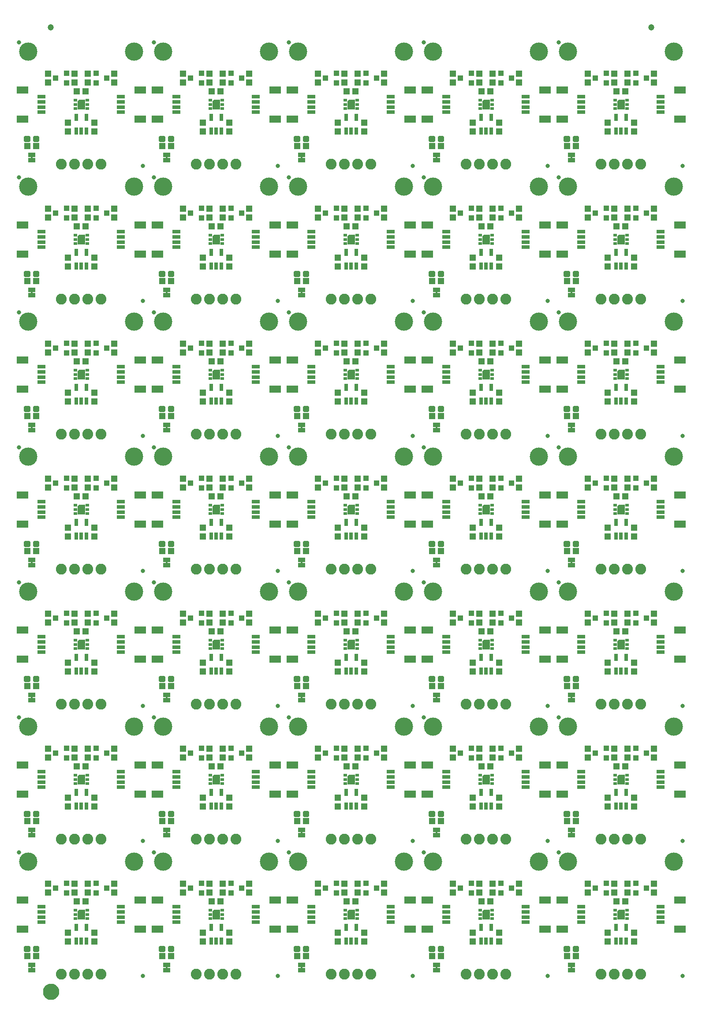
<source format=gts>
G04 EAGLE Gerber RS-274X export*
G75*
%MOMM*%
%FSLAX34Y34*%
%LPD*%
%INSoldermask Top*%
%IPPOS*%
%AMOC8*
5,1,8,0,0,1.08239X$1,22.5*%
G01*
%ADD10C,3.505200*%
%ADD11C,0.838200*%
%ADD12R,2.203200X1.403200*%
%ADD13R,1.553200X0.803200*%
%ADD14R,1.303200X1.203200*%
%ADD15C,0.505344*%
%ADD16R,0.753200X1.403200*%
%ADD17R,1.103200X1.003200*%
%ADD18R,1.203200X1.303200*%
%ADD19R,1.473200X0.863600*%
%ADD20C,2.082800*%
%ADD21R,0.753200X0.603200*%
%ADD22C,1.203200*%
%ADD23C,1.270000*%
%ADD24C,1.703200*%

G36*
X1170575Y1671979D02*
X1170575Y1671979D01*
X1170574Y1671980D01*
X1170575Y1671980D01*
X1170575Y1690980D01*
X1170571Y1690985D01*
X1170570Y1690984D01*
X1170570Y1690985D01*
X1159320Y1690985D01*
X1159318Y1690983D01*
X1159317Y1690983D01*
X1156067Y1687733D01*
X1156067Y1687732D01*
X1156066Y1687732D01*
X1156067Y1687731D01*
X1156065Y1687730D01*
X1156065Y1671980D01*
X1156069Y1671975D01*
X1156070Y1671976D01*
X1156070Y1671975D01*
X1170570Y1671975D01*
X1170575Y1671979D01*
G37*
G36*
X652415Y1671979D02*
X652415Y1671979D01*
X652414Y1671980D01*
X652415Y1671980D01*
X652415Y1690980D01*
X652411Y1690985D01*
X652410Y1690984D01*
X652410Y1690985D01*
X641160Y1690985D01*
X641158Y1690983D01*
X641157Y1690983D01*
X637907Y1687733D01*
X637907Y1687732D01*
X637906Y1687732D01*
X637907Y1687731D01*
X637905Y1687730D01*
X637905Y1671980D01*
X637909Y1671975D01*
X637910Y1671976D01*
X637910Y1671975D01*
X652410Y1671975D01*
X652415Y1671979D01*
G37*
G36*
X134255Y1671979D02*
X134255Y1671979D01*
X134254Y1671980D01*
X134255Y1671980D01*
X134255Y1690980D01*
X134251Y1690985D01*
X134250Y1690984D01*
X134250Y1690985D01*
X123000Y1690985D01*
X122998Y1690983D01*
X122997Y1690983D01*
X119747Y1687733D01*
X119747Y1687732D01*
X119746Y1687732D01*
X119747Y1687731D01*
X119745Y1687730D01*
X119745Y1671980D01*
X119749Y1671975D01*
X119750Y1671976D01*
X119750Y1671975D01*
X134250Y1671975D01*
X134255Y1671979D01*
G37*
G36*
X393335Y1671979D02*
X393335Y1671979D01*
X393334Y1671980D01*
X393335Y1671980D01*
X393335Y1690980D01*
X393331Y1690985D01*
X393330Y1690984D01*
X393330Y1690985D01*
X382080Y1690985D01*
X382078Y1690983D01*
X382077Y1690983D01*
X378827Y1687733D01*
X378827Y1687732D01*
X378826Y1687732D01*
X378827Y1687731D01*
X378825Y1687730D01*
X378825Y1671980D01*
X378829Y1671975D01*
X378830Y1671976D01*
X378830Y1671975D01*
X393330Y1671975D01*
X393335Y1671979D01*
G37*
G36*
X911495Y1671979D02*
X911495Y1671979D01*
X911494Y1671980D01*
X911495Y1671980D01*
X911495Y1690980D01*
X911491Y1690985D01*
X911490Y1690984D01*
X911490Y1690985D01*
X900240Y1690985D01*
X900238Y1690983D01*
X900237Y1690983D01*
X896987Y1687733D01*
X896987Y1687732D01*
X896986Y1687732D01*
X896987Y1687731D01*
X896985Y1687730D01*
X896985Y1671980D01*
X896989Y1671975D01*
X896990Y1671976D01*
X896990Y1671975D01*
X911490Y1671975D01*
X911495Y1671979D01*
G37*
G36*
X393335Y1153819D02*
X393335Y1153819D01*
X393334Y1153820D01*
X393335Y1153820D01*
X393335Y1172820D01*
X393331Y1172825D01*
X393330Y1172824D01*
X393330Y1172825D01*
X382080Y1172825D01*
X382078Y1172823D01*
X382077Y1172823D01*
X378827Y1169573D01*
X378827Y1169572D01*
X378826Y1169572D01*
X378827Y1169571D01*
X378825Y1169570D01*
X378825Y1153820D01*
X378829Y1153815D01*
X378830Y1153816D01*
X378830Y1153815D01*
X393330Y1153815D01*
X393335Y1153819D01*
G37*
G36*
X911495Y1153819D02*
X911495Y1153819D01*
X911494Y1153820D01*
X911495Y1153820D01*
X911495Y1172820D01*
X911491Y1172825D01*
X911490Y1172824D01*
X911490Y1172825D01*
X900240Y1172825D01*
X900238Y1172823D01*
X900237Y1172823D01*
X896987Y1169573D01*
X896987Y1169572D01*
X896986Y1169572D01*
X896987Y1169571D01*
X896985Y1169570D01*
X896985Y1153820D01*
X896989Y1153815D01*
X896990Y1153816D01*
X896990Y1153815D01*
X911490Y1153815D01*
X911495Y1153819D01*
G37*
G36*
X1170575Y1153819D02*
X1170575Y1153819D01*
X1170574Y1153820D01*
X1170575Y1153820D01*
X1170575Y1172820D01*
X1170571Y1172825D01*
X1170570Y1172824D01*
X1170570Y1172825D01*
X1159320Y1172825D01*
X1159318Y1172823D01*
X1159317Y1172823D01*
X1156067Y1169573D01*
X1156067Y1169572D01*
X1156066Y1169572D01*
X1156067Y1169571D01*
X1156065Y1169570D01*
X1156065Y1153820D01*
X1156069Y1153815D01*
X1156070Y1153816D01*
X1156070Y1153815D01*
X1170570Y1153815D01*
X1170575Y1153819D01*
G37*
G36*
X1170575Y117499D02*
X1170575Y117499D01*
X1170574Y117500D01*
X1170575Y117500D01*
X1170575Y136500D01*
X1170571Y136505D01*
X1170570Y136504D01*
X1170570Y136505D01*
X1159320Y136505D01*
X1159318Y136503D01*
X1159317Y136503D01*
X1156067Y133253D01*
X1156067Y133252D01*
X1156066Y133252D01*
X1156067Y133251D01*
X1156065Y133250D01*
X1156065Y117500D01*
X1156069Y117495D01*
X1156070Y117496D01*
X1156070Y117495D01*
X1170570Y117495D01*
X1170575Y117499D01*
G37*
G36*
X134255Y894739D02*
X134255Y894739D01*
X134254Y894740D01*
X134255Y894740D01*
X134255Y913740D01*
X134251Y913745D01*
X134250Y913744D01*
X134250Y913745D01*
X123000Y913745D01*
X122998Y913743D01*
X122997Y913743D01*
X119747Y910493D01*
X119747Y910492D01*
X119746Y910492D01*
X119747Y910491D01*
X119745Y910490D01*
X119745Y894740D01*
X119749Y894735D01*
X119750Y894736D01*
X119750Y894735D01*
X134250Y894735D01*
X134255Y894739D01*
G37*
G36*
X652415Y1412899D02*
X652415Y1412899D01*
X652414Y1412900D01*
X652415Y1412900D01*
X652415Y1431900D01*
X652411Y1431905D01*
X652410Y1431904D01*
X652410Y1431905D01*
X641160Y1431905D01*
X641158Y1431903D01*
X641157Y1431903D01*
X637907Y1428653D01*
X637907Y1428652D01*
X637906Y1428652D01*
X637907Y1428651D01*
X637905Y1428650D01*
X637905Y1412900D01*
X637909Y1412895D01*
X637910Y1412896D01*
X637910Y1412895D01*
X652410Y1412895D01*
X652415Y1412899D01*
G37*
G36*
X393335Y1412899D02*
X393335Y1412899D01*
X393334Y1412900D01*
X393335Y1412900D01*
X393335Y1431900D01*
X393331Y1431905D01*
X393330Y1431904D01*
X393330Y1431905D01*
X382080Y1431905D01*
X382078Y1431903D01*
X382077Y1431903D01*
X378827Y1428653D01*
X378827Y1428652D01*
X378826Y1428652D01*
X378827Y1428651D01*
X378825Y1428650D01*
X378825Y1412900D01*
X378829Y1412895D01*
X378830Y1412896D01*
X378830Y1412895D01*
X393330Y1412895D01*
X393335Y1412899D01*
G37*
G36*
X1170575Y1412899D02*
X1170575Y1412899D01*
X1170574Y1412900D01*
X1170575Y1412900D01*
X1170575Y1431900D01*
X1170571Y1431905D01*
X1170570Y1431904D01*
X1170570Y1431905D01*
X1159320Y1431905D01*
X1159318Y1431903D01*
X1159317Y1431903D01*
X1156067Y1428653D01*
X1156067Y1428652D01*
X1156066Y1428652D01*
X1156067Y1428651D01*
X1156065Y1428650D01*
X1156065Y1412900D01*
X1156069Y1412895D01*
X1156070Y1412896D01*
X1156070Y1412895D01*
X1170570Y1412895D01*
X1170575Y1412899D01*
G37*
G36*
X911495Y1412899D02*
X911495Y1412899D01*
X911494Y1412900D01*
X911495Y1412900D01*
X911495Y1431900D01*
X911491Y1431905D01*
X911490Y1431904D01*
X911490Y1431905D01*
X900240Y1431905D01*
X900238Y1431903D01*
X900237Y1431903D01*
X896987Y1428653D01*
X896987Y1428652D01*
X896986Y1428652D01*
X896987Y1428651D01*
X896985Y1428650D01*
X896985Y1412900D01*
X896989Y1412895D01*
X896990Y1412896D01*
X896990Y1412895D01*
X911490Y1412895D01*
X911495Y1412899D01*
G37*
G36*
X134255Y1412899D02*
X134255Y1412899D01*
X134254Y1412900D01*
X134255Y1412900D01*
X134255Y1431900D01*
X134251Y1431905D01*
X134250Y1431904D01*
X134250Y1431905D01*
X123000Y1431905D01*
X122998Y1431903D01*
X122997Y1431903D01*
X119747Y1428653D01*
X119747Y1428652D01*
X119746Y1428652D01*
X119747Y1428651D01*
X119745Y1428650D01*
X119745Y1412900D01*
X119749Y1412895D01*
X119750Y1412896D01*
X119750Y1412895D01*
X134250Y1412895D01*
X134255Y1412899D01*
G37*
G36*
X652415Y894739D02*
X652415Y894739D01*
X652414Y894740D01*
X652415Y894740D01*
X652415Y913740D01*
X652411Y913745D01*
X652410Y913744D01*
X652410Y913745D01*
X641160Y913745D01*
X641158Y913743D01*
X641157Y913743D01*
X637907Y910493D01*
X637907Y910492D01*
X637906Y910492D01*
X637907Y910491D01*
X637905Y910490D01*
X637905Y894740D01*
X637909Y894735D01*
X637910Y894736D01*
X637910Y894735D01*
X652410Y894735D01*
X652415Y894739D01*
G37*
G36*
X652415Y635659D02*
X652415Y635659D01*
X652414Y635660D01*
X652415Y635660D01*
X652415Y654660D01*
X652411Y654665D01*
X652410Y654664D01*
X652410Y654665D01*
X641160Y654665D01*
X641158Y654663D01*
X641157Y654663D01*
X637907Y651413D01*
X637907Y651412D01*
X637906Y651412D01*
X637907Y651411D01*
X637905Y651410D01*
X637905Y635660D01*
X637909Y635655D01*
X637910Y635656D01*
X637910Y635655D01*
X652410Y635655D01*
X652415Y635659D01*
G37*
G36*
X911495Y894739D02*
X911495Y894739D01*
X911494Y894740D01*
X911495Y894740D01*
X911495Y913740D01*
X911491Y913745D01*
X911490Y913744D01*
X911490Y913745D01*
X900240Y913745D01*
X900238Y913743D01*
X900237Y913743D01*
X896987Y910493D01*
X896987Y910492D01*
X896986Y910492D01*
X896987Y910491D01*
X896985Y910490D01*
X896985Y894740D01*
X896989Y894735D01*
X896990Y894736D01*
X896990Y894735D01*
X911490Y894735D01*
X911495Y894739D01*
G37*
G36*
X393335Y894739D02*
X393335Y894739D01*
X393334Y894740D01*
X393335Y894740D01*
X393335Y913740D01*
X393331Y913745D01*
X393330Y913744D01*
X393330Y913745D01*
X382080Y913745D01*
X382078Y913743D01*
X382077Y913743D01*
X378827Y910493D01*
X378827Y910492D01*
X378826Y910492D01*
X378827Y910491D01*
X378825Y910490D01*
X378825Y894740D01*
X378829Y894735D01*
X378830Y894736D01*
X378830Y894735D01*
X393330Y894735D01*
X393335Y894739D01*
G37*
G36*
X1170575Y894739D02*
X1170575Y894739D01*
X1170574Y894740D01*
X1170575Y894740D01*
X1170575Y913740D01*
X1170571Y913745D01*
X1170570Y913744D01*
X1170570Y913745D01*
X1159320Y913745D01*
X1159318Y913743D01*
X1159317Y913743D01*
X1156067Y910493D01*
X1156067Y910492D01*
X1156066Y910492D01*
X1156067Y910491D01*
X1156065Y910490D01*
X1156065Y894740D01*
X1156069Y894735D01*
X1156070Y894736D01*
X1156070Y894735D01*
X1170570Y894735D01*
X1170575Y894739D01*
G37*
G36*
X652415Y1153819D02*
X652415Y1153819D01*
X652414Y1153820D01*
X652415Y1153820D01*
X652415Y1172820D01*
X652411Y1172825D01*
X652410Y1172824D01*
X652410Y1172825D01*
X641160Y1172825D01*
X641158Y1172823D01*
X641157Y1172823D01*
X637907Y1169573D01*
X637907Y1169572D01*
X637906Y1169572D01*
X637907Y1169571D01*
X637905Y1169570D01*
X637905Y1153820D01*
X637909Y1153815D01*
X637910Y1153816D01*
X637910Y1153815D01*
X652410Y1153815D01*
X652415Y1153819D01*
G37*
G36*
X134255Y1153819D02*
X134255Y1153819D01*
X134254Y1153820D01*
X134255Y1153820D01*
X134255Y1172820D01*
X134251Y1172825D01*
X134250Y1172824D01*
X134250Y1172825D01*
X123000Y1172825D01*
X122998Y1172823D01*
X122997Y1172823D01*
X119747Y1169573D01*
X119747Y1169572D01*
X119746Y1169572D01*
X119747Y1169571D01*
X119745Y1169570D01*
X119745Y1153820D01*
X119749Y1153815D01*
X119750Y1153816D01*
X119750Y1153815D01*
X134250Y1153815D01*
X134255Y1153819D01*
G37*
G36*
X911495Y635659D02*
X911495Y635659D01*
X911494Y635660D01*
X911495Y635660D01*
X911495Y654660D01*
X911491Y654665D01*
X911490Y654664D01*
X911490Y654665D01*
X900240Y654665D01*
X900238Y654663D01*
X900237Y654663D01*
X896987Y651413D01*
X896987Y651412D01*
X896986Y651412D01*
X896987Y651411D01*
X896985Y651410D01*
X896985Y635660D01*
X896989Y635655D01*
X896990Y635656D01*
X896990Y635655D01*
X911490Y635655D01*
X911495Y635659D01*
G37*
G36*
X134255Y635659D02*
X134255Y635659D01*
X134254Y635660D01*
X134255Y635660D01*
X134255Y654660D01*
X134251Y654665D01*
X134250Y654664D01*
X134250Y654665D01*
X123000Y654665D01*
X122998Y654663D01*
X122997Y654663D01*
X119747Y651413D01*
X119747Y651412D01*
X119746Y651412D01*
X119747Y651411D01*
X119745Y651410D01*
X119745Y635660D01*
X119749Y635655D01*
X119750Y635656D01*
X119750Y635655D01*
X134250Y635655D01*
X134255Y635659D01*
G37*
G36*
X1170575Y635659D02*
X1170575Y635659D01*
X1170574Y635660D01*
X1170575Y635660D01*
X1170575Y654660D01*
X1170571Y654665D01*
X1170570Y654664D01*
X1170570Y654665D01*
X1159320Y654665D01*
X1159318Y654663D01*
X1159317Y654663D01*
X1156067Y651413D01*
X1156067Y651412D01*
X1156066Y651412D01*
X1156067Y651411D01*
X1156065Y651410D01*
X1156065Y635660D01*
X1156069Y635655D01*
X1156070Y635656D01*
X1156070Y635655D01*
X1170570Y635655D01*
X1170575Y635659D01*
G37*
G36*
X393335Y635659D02*
X393335Y635659D01*
X393334Y635660D01*
X393335Y635660D01*
X393335Y654660D01*
X393331Y654665D01*
X393330Y654664D01*
X393330Y654665D01*
X382080Y654665D01*
X382078Y654663D01*
X382077Y654663D01*
X378827Y651413D01*
X378827Y651412D01*
X378826Y651412D01*
X378827Y651411D01*
X378825Y651410D01*
X378825Y635660D01*
X378829Y635655D01*
X378830Y635656D01*
X378830Y635655D01*
X393330Y635655D01*
X393335Y635659D01*
G37*
G36*
X911495Y376579D02*
X911495Y376579D01*
X911494Y376580D01*
X911495Y376580D01*
X911495Y395580D01*
X911491Y395585D01*
X911490Y395584D01*
X911490Y395585D01*
X900240Y395585D01*
X900238Y395583D01*
X900237Y395583D01*
X896987Y392333D01*
X896987Y392332D01*
X896986Y392332D01*
X896987Y392331D01*
X896985Y392330D01*
X896985Y376580D01*
X896989Y376575D01*
X896990Y376576D01*
X896990Y376575D01*
X911490Y376575D01*
X911495Y376579D01*
G37*
G36*
X1170575Y376579D02*
X1170575Y376579D01*
X1170574Y376580D01*
X1170575Y376580D01*
X1170575Y395580D01*
X1170571Y395585D01*
X1170570Y395584D01*
X1170570Y395585D01*
X1159320Y395585D01*
X1159318Y395583D01*
X1159317Y395583D01*
X1156067Y392333D01*
X1156067Y392332D01*
X1156066Y392332D01*
X1156067Y392331D01*
X1156065Y392330D01*
X1156065Y376580D01*
X1156069Y376575D01*
X1156070Y376576D01*
X1156070Y376575D01*
X1170570Y376575D01*
X1170575Y376579D01*
G37*
G36*
X652415Y376579D02*
X652415Y376579D01*
X652414Y376580D01*
X652415Y376580D01*
X652415Y395580D01*
X652411Y395585D01*
X652410Y395584D01*
X652410Y395585D01*
X641160Y395585D01*
X641158Y395583D01*
X641157Y395583D01*
X637907Y392333D01*
X637907Y392332D01*
X637906Y392332D01*
X637907Y392331D01*
X637905Y392330D01*
X637905Y376580D01*
X637909Y376575D01*
X637910Y376576D01*
X637910Y376575D01*
X652410Y376575D01*
X652415Y376579D01*
G37*
G36*
X393335Y376579D02*
X393335Y376579D01*
X393334Y376580D01*
X393335Y376580D01*
X393335Y395580D01*
X393331Y395585D01*
X393330Y395584D01*
X393330Y395585D01*
X382080Y395585D01*
X382078Y395583D01*
X382077Y395583D01*
X378827Y392333D01*
X378827Y392332D01*
X378826Y392332D01*
X378827Y392331D01*
X378825Y392330D01*
X378825Y376580D01*
X378829Y376575D01*
X378830Y376576D01*
X378830Y376575D01*
X393330Y376575D01*
X393335Y376579D01*
G37*
G36*
X134255Y376579D02*
X134255Y376579D01*
X134254Y376580D01*
X134255Y376580D01*
X134255Y395580D01*
X134251Y395585D01*
X134250Y395584D01*
X134250Y395585D01*
X123000Y395585D01*
X122998Y395583D01*
X122997Y395583D01*
X119747Y392333D01*
X119747Y392332D01*
X119746Y392332D01*
X119747Y392331D01*
X119745Y392330D01*
X119745Y376580D01*
X119749Y376575D01*
X119750Y376576D01*
X119750Y376575D01*
X134250Y376575D01*
X134255Y376579D01*
G37*
G36*
X911495Y117499D02*
X911495Y117499D01*
X911494Y117500D01*
X911495Y117500D01*
X911495Y136500D01*
X911491Y136505D01*
X911490Y136504D01*
X911490Y136505D01*
X900240Y136505D01*
X900238Y136503D01*
X900237Y136503D01*
X896987Y133253D01*
X896987Y133252D01*
X896986Y133252D01*
X896987Y133251D01*
X896985Y133250D01*
X896985Y117500D01*
X896989Y117495D01*
X896990Y117496D01*
X896990Y117495D01*
X911490Y117495D01*
X911495Y117499D01*
G37*
G36*
X134255Y117499D02*
X134255Y117499D01*
X134254Y117500D01*
X134255Y117500D01*
X134255Y136500D01*
X134251Y136505D01*
X134250Y136504D01*
X134250Y136505D01*
X123000Y136505D01*
X122998Y136503D01*
X122997Y136503D01*
X119747Y133253D01*
X119747Y133252D01*
X119746Y133252D01*
X119747Y133251D01*
X119745Y133250D01*
X119745Y117500D01*
X119749Y117495D01*
X119750Y117496D01*
X119750Y117495D01*
X134250Y117495D01*
X134255Y117499D01*
G37*
G36*
X393335Y117499D02*
X393335Y117499D01*
X393334Y117500D01*
X393335Y117500D01*
X393335Y136500D01*
X393331Y136505D01*
X393330Y136504D01*
X393330Y136505D01*
X382080Y136505D01*
X382078Y136503D01*
X382077Y136503D01*
X378827Y133253D01*
X378827Y133252D01*
X378826Y133252D01*
X378827Y133251D01*
X378825Y133250D01*
X378825Y117500D01*
X378829Y117495D01*
X378830Y117496D01*
X378830Y117495D01*
X393330Y117495D01*
X393335Y117499D01*
G37*
G36*
X652415Y117499D02*
X652415Y117499D01*
X652414Y117500D01*
X652415Y117500D01*
X652415Y136500D01*
X652411Y136505D01*
X652410Y136504D01*
X652410Y136505D01*
X641160Y136505D01*
X641158Y136503D01*
X641157Y136503D01*
X637907Y133253D01*
X637907Y133252D01*
X637906Y133252D01*
X637907Y133251D01*
X637905Y133250D01*
X637905Y117500D01*
X637909Y117495D01*
X637910Y117496D01*
X637910Y117495D01*
X652410Y117495D01*
X652415Y117499D01*
G37*
G36*
X33085Y1577352D02*
X33085Y1577352D01*
X33151Y1577354D01*
X33194Y1577372D01*
X33241Y1577380D01*
X33298Y1577414D01*
X33358Y1577439D01*
X33393Y1577470D01*
X33434Y1577495D01*
X33476Y1577546D01*
X33524Y1577590D01*
X33546Y1577632D01*
X33575Y1577669D01*
X33596Y1577731D01*
X33627Y1577790D01*
X33635Y1577844D01*
X33647Y1577881D01*
X33646Y1577921D01*
X33654Y1577975D01*
X33654Y1581785D01*
X33643Y1581850D01*
X33641Y1581916D01*
X33623Y1581959D01*
X33615Y1582006D01*
X33581Y1582063D01*
X33556Y1582123D01*
X33525Y1582158D01*
X33500Y1582199D01*
X33449Y1582241D01*
X33405Y1582289D01*
X33363Y1582311D01*
X33326Y1582340D01*
X33264Y1582361D01*
X33205Y1582392D01*
X33151Y1582400D01*
X33114Y1582412D01*
X33074Y1582411D01*
X33020Y1582419D01*
X30480Y1582419D01*
X30415Y1582408D01*
X30349Y1582406D01*
X30306Y1582388D01*
X30259Y1582380D01*
X30202Y1582346D01*
X30142Y1582321D01*
X30107Y1582290D01*
X30066Y1582265D01*
X30025Y1582214D01*
X29976Y1582170D01*
X29954Y1582128D01*
X29925Y1582091D01*
X29904Y1582029D01*
X29873Y1581970D01*
X29865Y1581916D01*
X29853Y1581879D01*
X29853Y1581875D01*
X29853Y1581874D01*
X29854Y1581839D01*
X29846Y1581785D01*
X29846Y1577975D01*
X29857Y1577910D01*
X29859Y1577844D01*
X29877Y1577801D01*
X29885Y1577754D01*
X29919Y1577697D01*
X29944Y1577637D01*
X29975Y1577602D01*
X30000Y1577561D01*
X30051Y1577520D01*
X30095Y1577471D01*
X30137Y1577449D01*
X30174Y1577420D01*
X30236Y1577399D01*
X30295Y1577368D01*
X30349Y1577360D01*
X30386Y1577348D01*
X30426Y1577349D01*
X30480Y1577341D01*
X33020Y1577341D01*
X33085Y1577352D01*
G37*
G36*
X33085Y800112D02*
X33085Y800112D01*
X33151Y800114D01*
X33194Y800132D01*
X33241Y800140D01*
X33298Y800174D01*
X33358Y800199D01*
X33393Y800230D01*
X33434Y800255D01*
X33476Y800306D01*
X33524Y800350D01*
X33546Y800392D01*
X33575Y800429D01*
X33596Y800491D01*
X33627Y800550D01*
X33635Y800604D01*
X33647Y800641D01*
X33646Y800681D01*
X33654Y800735D01*
X33654Y804545D01*
X33643Y804610D01*
X33641Y804676D01*
X33623Y804719D01*
X33615Y804766D01*
X33581Y804823D01*
X33556Y804883D01*
X33525Y804918D01*
X33500Y804959D01*
X33449Y805001D01*
X33405Y805049D01*
X33363Y805071D01*
X33326Y805100D01*
X33264Y805121D01*
X33205Y805152D01*
X33151Y805160D01*
X33114Y805172D01*
X33074Y805171D01*
X33020Y805179D01*
X30480Y805179D01*
X30415Y805168D01*
X30349Y805166D01*
X30306Y805148D01*
X30259Y805140D01*
X30202Y805106D01*
X30142Y805081D01*
X30107Y805050D01*
X30066Y805025D01*
X30025Y804974D01*
X29976Y804930D01*
X29954Y804888D01*
X29925Y804851D01*
X29904Y804789D01*
X29873Y804730D01*
X29865Y804676D01*
X29853Y804639D01*
X29853Y804635D01*
X29853Y804634D01*
X29854Y804599D01*
X29846Y804545D01*
X29846Y800735D01*
X29857Y800670D01*
X29859Y800604D01*
X29877Y800561D01*
X29885Y800514D01*
X29919Y800457D01*
X29944Y800397D01*
X29975Y800362D01*
X30000Y800321D01*
X30051Y800280D01*
X30095Y800231D01*
X30137Y800209D01*
X30174Y800180D01*
X30236Y800159D01*
X30295Y800128D01*
X30349Y800120D01*
X30386Y800108D01*
X30426Y800109D01*
X30480Y800101D01*
X33020Y800101D01*
X33085Y800112D01*
G37*
G36*
X551245Y800112D02*
X551245Y800112D01*
X551311Y800114D01*
X551354Y800132D01*
X551401Y800140D01*
X551458Y800174D01*
X551518Y800199D01*
X551553Y800230D01*
X551594Y800255D01*
X551636Y800306D01*
X551684Y800350D01*
X551706Y800392D01*
X551735Y800429D01*
X551756Y800491D01*
X551787Y800550D01*
X551795Y800604D01*
X551807Y800641D01*
X551806Y800681D01*
X551814Y800735D01*
X551814Y804545D01*
X551803Y804610D01*
X551801Y804676D01*
X551783Y804719D01*
X551775Y804766D01*
X551741Y804823D01*
X551716Y804883D01*
X551685Y804918D01*
X551660Y804959D01*
X551609Y805001D01*
X551565Y805049D01*
X551523Y805071D01*
X551486Y805100D01*
X551424Y805121D01*
X551365Y805152D01*
X551311Y805160D01*
X551274Y805172D01*
X551234Y805171D01*
X551180Y805179D01*
X548640Y805179D01*
X548575Y805168D01*
X548509Y805166D01*
X548466Y805148D01*
X548419Y805140D01*
X548362Y805106D01*
X548302Y805081D01*
X548267Y805050D01*
X548226Y805025D01*
X548185Y804974D01*
X548136Y804930D01*
X548114Y804888D01*
X548085Y804851D01*
X548064Y804789D01*
X548033Y804730D01*
X548025Y804676D01*
X548013Y804639D01*
X548013Y804635D01*
X548013Y804634D01*
X548014Y804599D01*
X548006Y804545D01*
X548006Y800735D01*
X548017Y800670D01*
X548019Y800604D01*
X548037Y800561D01*
X548045Y800514D01*
X548079Y800457D01*
X548104Y800397D01*
X548135Y800362D01*
X548160Y800321D01*
X548211Y800280D01*
X548255Y800231D01*
X548297Y800209D01*
X548334Y800180D01*
X548396Y800159D01*
X548455Y800128D01*
X548509Y800120D01*
X548546Y800108D01*
X548586Y800109D01*
X548640Y800101D01*
X551180Y800101D01*
X551245Y800112D01*
G37*
G36*
X1069405Y800112D02*
X1069405Y800112D01*
X1069471Y800114D01*
X1069514Y800132D01*
X1069561Y800140D01*
X1069618Y800174D01*
X1069678Y800199D01*
X1069713Y800230D01*
X1069754Y800255D01*
X1069796Y800306D01*
X1069844Y800350D01*
X1069866Y800392D01*
X1069895Y800429D01*
X1069916Y800491D01*
X1069947Y800550D01*
X1069955Y800604D01*
X1069967Y800641D01*
X1069966Y800681D01*
X1069974Y800735D01*
X1069974Y804545D01*
X1069963Y804610D01*
X1069961Y804676D01*
X1069943Y804719D01*
X1069935Y804766D01*
X1069901Y804823D01*
X1069876Y804883D01*
X1069845Y804918D01*
X1069820Y804959D01*
X1069769Y805001D01*
X1069725Y805049D01*
X1069683Y805071D01*
X1069646Y805100D01*
X1069584Y805121D01*
X1069525Y805152D01*
X1069471Y805160D01*
X1069434Y805172D01*
X1069394Y805171D01*
X1069340Y805179D01*
X1066800Y805179D01*
X1066735Y805168D01*
X1066669Y805166D01*
X1066626Y805148D01*
X1066579Y805140D01*
X1066522Y805106D01*
X1066462Y805081D01*
X1066427Y805050D01*
X1066386Y805025D01*
X1066345Y804974D01*
X1066296Y804930D01*
X1066274Y804888D01*
X1066245Y804851D01*
X1066224Y804789D01*
X1066193Y804730D01*
X1066185Y804676D01*
X1066173Y804639D01*
X1066173Y804635D01*
X1066173Y804634D01*
X1066174Y804599D01*
X1066166Y804545D01*
X1066166Y800735D01*
X1066177Y800670D01*
X1066179Y800604D01*
X1066197Y800561D01*
X1066205Y800514D01*
X1066239Y800457D01*
X1066264Y800397D01*
X1066295Y800362D01*
X1066320Y800321D01*
X1066371Y800280D01*
X1066415Y800231D01*
X1066457Y800209D01*
X1066494Y800180D01*
X1066556Y800159D01*
X1066615Y800128D01*
X1066669Y800120D01*
X1066706Y800108D01*
X1066746Y800109D01*
X1066800Y800101D01*
X1069340Y800101D01*
X1069405Y800112D01*
G37*
G36*
X810325Y800112D02*
X810325Y800112D01*
X810391Y800114D01*
X810434Y800132D01*
X810481Y800140D01*
X810538Y800174D01*
X810598Y800199D01*
X810633Y800230D01*
X810674Y800255D01*
X810716Y800306D01*
X810764Y800350D01*
X810786Y800392D01*
X810815Y800429D01*
X810836Y800491D01*
X810867Y800550D01*
X810875Y800604D01*
X810887Y800641D01*
X810886Y800681D01*
X810894Y800735D01*
X810894Y804545D01*
X810883Y804610D01*
X810881Y804676D01*
X810863Y804719D01*
X810855Y804766D01*
X810821Y804823D01*
X810796Y804883D01*
X810765Y804918D01*
X810740Y804959D01*
X810689Y805001D01*
X810645Y805049D01*
X810603Y805071D01*
X810566Y805100D01*
X810504Y805121D01*
X810445Y805152D01*
X810391Y805160D01*
X810354Y805172D01*
X810314Y805171D01*
X810260Y805179D01*
X807720Y805179D01*
X807655Y805168D01*
X807589Y805166D01*
X807546Y805148D01*
X807499Y805140D01*
X807442Y805106D01*
X807382Y805081D01*
X807347Y805050D01*
X807306Y805025D01*
X807265Y804974D01*
X807216Y804930D01*
X807194Y804888D01*
X807165Y804851D01*
X807144Y804789D01*
X807113Y804730D01*
X807105Y804676D01*
X807093Y804639D01*
X807093Y804635D01*
X807093Y804634D01*
X807094Y804599D01*
X807086Y804545D01*
X807086Y800735D01*
X807097Y800670D01*
X807099Y800604D01*
X807117Y800561D01*
X807125Y800514D01*
X807159Y800457D01*
X807184Y800397D01*
X807215Y800362D01*
X807240Y800321D01*
X807291Y800280D01*
X807335Y800231D01*
X807377Y800209D01*
X807414Y800180D01*
X807476Y800159D01*
X807535Y800128D01*
X807589Y800120D01*
X807626Y800108D01*
X807666Y800109D01*
X807720Y800101D01*
X810260Y800101D01*
X810325Y800112D01*
G37*
G36*
X551245Y1577352D02*
X551245Y1577352D01*
X551311Y1577354D01*
X551354Y1577372D01*
X551401Y1577380D01*
X551458Y1577414D01*
X551518Y1577439D01*
X551553Y1577470D01*
X551594Y1577495D01*
X551636Y1577546D01*
X551684Y1577590D01*
X551706Y1577632D01*
X551735Y1577669D01*
X551756Y1577731D01*
X551787Y1577790D01*
X551795Y1577844D01*
X551807Y1577881D01*
X551806Y1577921D01*
X551814Y1577975D01*
X551814Y1581785D01*
X551803Y1581850D01*
X551801Y1581916D01*
X551783Y1581959D01*
X551775Y1582006D01*
X551741Y1582063D01*
X551716Y1582123D01*
X551685Y1582158D01*
X551660Y1582199D01*
X551609Y1582241D01*
X551565Y1582289D01*
X551523Y1582311D01*
X551486Y1582340D01*
X551424Y1582361D01*
X551365Y1582392D01*
X551311Y1582400D01*
X551274Y1582412D01*
X551234Y1582411D01*
X551180Y1582419D01*
X548640Y1582419D01*
X548575Y1582408D01*
X548509Y1582406D01*
X548466Y1582388D01*
X548419Y1582380D01*
X548362Y1582346D01*
X548302Y1582321D01*
X548267Y1582290D01*
X548226Y1582265D01*
X548185Y1582214D01*
X548136Y1582170D01*
X548114Y1582128D01*
X548085Y1582091D01*
X548064Y1582029D01*
X548033Y1581970D01*
X548025Y1581916D01*
X548013Y1581879D01*
X548013Y1581875D01*
X548013Y1581874D01*
X548014Y1581839D01*
X548006Y1581785D01*
X548006Y1577975D01*
X548017Y1577910D01*
X548019Y1577844D01*
X548037Y1577801D01*
X548045Y1577754D01*
X548079Y1577697D01*
X548104Y1577637D01*
X548135Y1577602D01*
X548160Y1577561D01*
X548211Y1577520D01*
X548255Y1577471D01*
X548297Y1577449D01*
X548334Y1577420D01*
X548396Y1577399D01*
X548455Y1577368D01*
X548509Y1577360D01*
X548546Y1577348D01*
X548586Y1577349D01*
X548640Y1577341D01*
X551180Y1577341D01*
X551245Y1577352D01*
G37*
G36*
X1069405Y1577352D02*
X1069405Y1577352D01*
X1069471Y1577354D01*
X1069514Y1577372D01*
X1069561Y1577380D01*
X1069618Y1577414D01*
X1069678Y1577439D01*
X1069713Y1577470D01*
X1069754Y1577495D01*
X1069796Y1577546D01*
X1069844Y1577590D01*
X1069866Y1577632D01*
X1069895Y1577669D01*
X1069916Y1577731D01*
X1069947Y1577790D01*
X1069955Y1577844D01*
X1069967Y1577881D01*
X1069966Y1577921D01*
X1069974Y1577975D01*
X1069974Y1581785D01*
X1069963Y1581850D01*
X1069961Y1581916D01*
X1069943Y1581959D01*
X1069935Y1582006D01*
X1069901Y1582063D01*
X1069876Y1582123D01*
X1069845Y1582158D01*
X1069820Y1582199D01*
X1069769Y1582241D01*
X1069725Y1582289D01*
X1069683Y1582311D01*
X1069646Y1582340D01*
X1069584Y1582361D01*
X1069525Y1582392D01*
X1069471Y1582400D01*
X1069434Y1582412D01*
X1069394Y1582411D01*
X1069340Y1582419D01*
X1066800Y1582419D01*
X1066735Y1582408D01*
X1066669Y1582406D01*
X1066626Y1582388D01*
X1066579Y1582380D01*
X1066522Y1582346D01*
X1066462Y1582321D01*
X1066427Y1582290D01*
X1066386Y1582265D01*
X1066345Y1582214D01*
X1066296Y1582170D01*
X1066274Y1582128D01*
X1066245Y1582091D01*
X1066224Y1582029D01*
X1066193Y1581970D01*
X1066185Y1581916D01*
X1066173Y1581879D01*
X1066173Y1581875D01*
X1066173Y1581874D01*
X1066174Y1581839D01*
X1066166Y1581785D01*
X1066166Y1577975D01*
X1066177Y1577910D01*
X1066179Y1577844D01*
X1066197Y1577801D01*
X1066205Y1577754D01*
X1066239Y1577697D01*
X1066264Y1577637D01*
X1066295Y1577602D01*
X1066320Y1577561D01*
X1066371Y1577520D01*
X1066415Y1577471D01*
X1066457Y1577449D01*
X1066494Y1577420D01*
X1066556Y1577399D01*
X1066615Y1577368D01*
X1066669Y1577360D01*
X1066706Y1577348D01*
X1066746Y1577349D01*
X1066800Y1577341D01*
X1069340Y1577341D01*
X1069405Y1577352D01*
G37*
G36*
X292165Y1577352D02*
X292165Y1577352D01*
X292231Y1577354D01*
X292274Y1577372D01*
X292321Y1577380D01*
X292378Y1577414D01*
X292438Y1577439D01*
X292473Y1577470D01*
X292514Y1577495D01*
X292556Y1577546D01*
X292604Y1577590D01*
X292626Y1577632D01*
X292655Y1577669D01*
X292676Y1577731D01*
X292707Y1577790D01*
X292715Y1577844D01*
X292727Y1577881D01*
X292726Y1577921D01*
X292734Y1577975D01*
X292734Y1581785D01*
X292723Y1581850D01*
X292721Y1581916D01*
X292703Y1581959D01*
X292695Y1582006D01*
X292661Y1582063D01*
X292636Y1582123D01*
X292605Y1582158D01*
X292580Y1582199D01*
X292529Y1582241D01*
X292485Y1582289D01*
X292443Y1582311D01*
X292406Y1582340D01*
X292344Y1582361D01*
X292285Y1582392D01*
X292231Y1582400D01*
X292194Y1582412D01*
X292154Y1582411D01*
X292100Y1582419D01*
X289560Y1582419D01*
X289495Y1582408D01*
X289429Y1582406D01*
X289386Y1582388D01*
X289339Y1582380D01*
X289282Y1582346D01*
X289222Y1582321D01*
X289187Y1582290D01*
X289146Y1582265D01*
X289105Y1582214D01*
X289056Y1582170D01*
X289034Y1582128D01*
X289005Y1582091D01*
X288984Y1582029D01*
X288953Y1581970D01*
X288945Y1581916D01*
X288933Y1581879D01*
X288933Y1581875D01*
X288933Y1581874D01*
X288934Y1581839D01*
X288926Y1581785D01*
X288926Y1577975D01*
X288937Y1577910D01*
X288939Y1577844D01*
X288957Y1577801D01*
X288965Y1577754D01*
X288999Y1577697D01*
X289024Y1577637D01*
X289055Y1577602D01*
X289080Y1577561D01*
X289131Y1577520D01*
X289175Y1577471D01*
X289217Y1577449D01*
X289254Y1577420D01*
X289316Y1577399D01*
X289375Y1577368D01*
X289429Y1577360D01*
X289466Y1577348D01*
X289506Y1577349D01*
X289560Y1577341D01*
X292100Y1577341D01*
X292165Y1577352D01*
G37*
G36*
X292165Y800112D02*
X292165Y800112D01*
X292231Y800114D01*
X292274Y800132D01*
X292321Y800140D01*
X292378Y800174D01*
X292438Y800199D01*
X292473Y800230D01*
X292514Y800255D01*
X292556Y800306D01*
X292604Y800350D01*
X292626Y800392D01*
X292655Y800429D01*
X292676Y800491D01*
X292707Y800550D01*
X292715Y800604D01*
X292727Y800641D01*
X292726Y800681D01*
X292734Y800735D01*
X292734Y804545D01*
X292723Y804610D01*
X292721Y804676D01*
X292703Y804719D01*
X292695Y804766D01*
X292661Y804823D01*
X292636Y804883D01*
X292605Y804918D01*
X292580Y804959D01*
X292529Y805001D01*
X292485Y805049D01*
X292443Y805071D01*
X292406Y805100D01*
X292344Y805121D01*
X292285Y805152D01*
X292231Y805160D01*
X292194Y805172D01*
X292154Y805171D01*
X292100Y805179D01*
X289560Y805179D01*
X289495Y805168D01*
X289429Y805166D01*
X289386Y805148D01*
X289339Y805140D01*
X289282Y805106D01*
X289222Y805081D01*
X289187Y805050D01*
X289146Y805025D01*
X289105Y804974D01*
X289056Y804930D01*
X289034Y804888D01*
X289005Y804851D01*
X288984Y804789D01*
X288953Y804730D01*
X288945Y804676D01*
X288933Y804639D01*
X288933Y804635D01*
X288933Y804634D01*
X288934Y804599D01*
X288926Y804545D01*
X288926Y800735D01*
X288937Y800670D01*
X288939Y800604D01*
X288957Y800561D01*
X288965Y800514D01*
X288999Y800457D01*
X289024Y800397D01*
X289055Y800362D01*
X289080Y800321D01*
X289131Y800280D01*
X289175Y800231D01*
X289217Y800209D01*
X289254Y800180D01*
X289316Y800159D01*
X289375Y800128D01*
X289429Y800120D01*
X289466Y800108D01*
X289506Y800109D01*
X289560Y800101D01*
X292100Y800101D01*
X292165Y800112D01*
G37*
G36*
X810325Y1577352D02*
X810325Y1577352D01*
X810391Y1577354D01*
X810434Y1577372D01*
X810481Y1577380D01*
X810538Y1577414D01*
X810598Y1577439D01*
X810633Y1577470D01*
X810674Y1577495D01*
X810716Y1577546D01*
X810764Y1577590D01*
X810786Y1577632D01*
X810815Y1577669D01*
X810836Y1577731D01*
X810867Y1577790D01*
X810875Y1577844D01*
X810887Y1577881D01*
X810886Y1577921D01*
X810894Y1577975D01*
X810894Y1581785D01*
X810883Y1581850D01*
X810881Y1581916D01*
X810863Y1581959D01*
X810855Y1582006D01*
X810821Y1582063D01*
X810796Y1582123D01*
X810765Y1582158D01*
X810740Y1582199D01*
X810689Y1582241D01*
X810645Y1582289D01*
X810603Y1582311D01*
X810566Y1582340D01*
X810504Y1582361D01*
X810445Y1582392D01*
X810391Y1582400D01*
X810354Y1582412D01*
X810314Y1582411D01*
X810260Y1582419D01*
X807720Y1582419D01*
X807655Y1582408D01*
X807589Y1582406D01*
X807546Y1582388D01*
X807499Y1582380D01*
X807442Y1582346D01*
X807382Y1582321D01*
X807347Y1582290D01*
X807306Y1582265D01*
X807265Y1582214D01*
X807216Y1582170D01*
X807194Y1582128D01*
X807165Y1582091D01*
X807144Y1582029D01*
X807113Y1581970D01*
X807105Y1581916D01*
X807093Y1581879D01*
X807093Y1581875D01*
X807093Y1581874D01*
X807094Y1581839D01*
X807086Y1581785D01*
X807086Y1577975D01*
X807097Y1577910D01*
X807099Y1577844D01*
X807117Y1577801D01*
X807125Y1577754D01*
X807159Y1577697D01*
X807184Y1577637D01*
X807215Y1577602D01*
X807240Y1577561D01*
X807291Y1577520D01*
X807335Y1577471D01*
X807377Y1577449D01*
X807414Y1577420D01*
X807476Y1577399D01*
X807535Y1577368D01*
X807589Y1577360D01*
X807626Y1577348D01*
X807666Y1577349D01*
X807720Y1577341D01*
X810260Y1577341D01*
X810325Y1577352D01*
G37*
G36*
X292165Y541032D02*
X292165Y541032D01*
X292231Y541034D01*
X292274Y541052D01*
X292321Y541060D01*
X292378Y541094D01*
X292438Y541119D01*
X292473Y541150D01*
X292514Y541175D01*
X292556Y541226D01*
X292604Y541270D01*
X292626Y541312D01*
X292655Y541349D01*
X292676Y541411D01*
X292707Y541470D01*
X292715Y541524D01*
X292727Y541561D01*
X292726Y541601D01*
X292734Y541655D01*
X292734Y545465D01*
X292723Y545530D01*
X292721Y545596D01*
X292703Y545639D01*
X292695Y545686D01*
X292661Y545743D01*
X292636Y545803D01*
X292605Y545838D01*
X292580Y545879D01*
X292529Y545921D01*
X292485Y545969D01*
X292443Y545991D01*
X292406Y546020D01*
X292344Y546041D01*
X292285Y546072D01*
X292231Y546080D01*
X292194Y546092D01*
X292154Y546091D01*
X292100Y546099D01*
X289560Y546099D01*
X289495Y546088D01*
X289429Y546086D01*
X289386Y546068D01*
X289339Y546060D01*
X289282Y546026D01*
X289222Y546001D01*
X289187Y545970D01*
X289146Y545945D01*
X289105Y545894D01*
X289056Y545850D01*
X289034Y545808D01*
X289005Y545771D01*
X288984Y545709D01*
X288953Y545650D01*
X288945Y545596D01*
X288933Y545559D01*
X288933Y545555D01*
X288933Y545554D01*
X288934Y545519D01*
X288926Y545465D01*
X288926Y541655D01*
X288937Y541590D01*
X288939Y541524D01*
X288957Y541481D01*
X288965Y541434D01*
X288999Y541377D01*
X289024Y541317D01*
X289055Y541282D01*
X289080Y541241D01*
X289131Y541200D01*
X289175Y541151D01*
X289217Y541129D01*
X289254Y541100D01*
X289316Y541079D01*
X289375Y541048D01*
X289429Y541040D01*
X289466Y541028D01*
X289506Y541029D01*
X289560Y541021D01*
X292100Y541021D01*
X292165Y541032D01*
G37*
G36*
X551245Y541032D02*
X551245Y541032D01*
X551311Y541034D01*
X551354Y541052D01*
X551401Y541060D01*
X551458Y541094D01*
X551518Y541119D01*
X551553Y541150D01*
X551594Y541175D01*
X551636Y541226D01*
X551684Y541270D01*
X551706Y541312D01*
X551735Y541349D01*
X551756Y541411D01*
X551787Y541470D01*
X551795Y541524D01*
X551807Y541561D01*
X551806Y541601D01*
X551814Y541655D01*
X551814Y545465D01*
X551803Y545530D01*
X551801Y545596D01*
X551783Y545639D01*
X551775Y545686D01*
X551741Y545743D01*
X551716Y545803D01*
X551685Y545838D01*
X551660Y545879D01*
X551609Y545921D01*
X551565Y545969D01*
X551523Y545991D01*
X551486Y546020D01*
X551424Y546041D01*
X551365Y546072D01*
X551311Y546080D01*
X551274Y546092D01*
X551234Y546091D01*
X551180Y546099D01*
X548640Y546099D01*
X548575Y546088D01*
X548509Y546086D01*
X548466Y546068D01*
X548419Y546060D01*
X548362Y546026D01*
X548302Y546001D01*
X548267Y545970D01*
X548226Y545945D01*
X548185Y545894D01*
X548136Y545850D01*
X548114Y545808D01*
X548085Y545771D01*
X548064Y545709D01*
X548033Y545650D01*
X548025Y545596D01*
X548013Y545559D01*
X548013Y545555D01*
X548013Y545554D01*
X548014Y545519D01*
X548006Y545465D01*
X548006Y541655D01*
X548017Y541590D01*
X548019Y541524D01*
X548037Y541481D01*
X548045Y541434D01*
X548079Y541377D01*
X548104Y541317D01*
X548135Y541282D01*
X548160Y541241D01*
X548211Y541200D01*
X548255Y541151D01*
X548297Y541129D01*
X548334Y541100D01*
X548396Y541079D01*
X548455Y541048D01*
X548509Y541040D01*
X548546Y541028D01*
X548586Y541029D01*
X548640Y541021D01*
X551180Y541021D01*
X551245Y541032D01*
G37*
G36*
X33085Y541032D02*
X33085Y541032D01*
X33151Y541034D01*
X33194Y541052D01*
X33241Y541060D01*
X33298Y541094D01*
X33358Y541119D01*
X33393Y541150D01*
X33434Y541175D01*
X33476Y541226D01*
X33524Y541270D01*
X33546Y541312D01*
X33575Y541349D01*
X33596Y541411D01*
X33627Y541470D01*
X33635Y541524D01*
X33647Y541561D01*
X33646Y541601D01*
X33654Y541655D01*
X33654Y545465D01*
X33643Y545530D01*
X33641Y545596D01*
X33623Y545639D01*
X33615Y545686D01*
X33581Y545743D01*
X33556Y545803D01*
X33525Y545838D01*
X33500Y545879D01*
X33449Y545921D01*
X33405Y545969D01*
X33363Y545991D01*
X33326Y546020D01*
X33264Y546041D01*
X33205Y546072D01*
X33151Y546080D01*
X33114Y546092D01*
X33074Y546091D01*
X33020Y546099D01*
X30480Y546099D01*
X30415Y546088D01*
X30349Y546086D01*
X30306Y546068D01*
X30259Y546060D01*
X30202Y546026D01*
X30142Y546001D01*
X30107Y545970D01*
X30066Y545945D01*
X30025Y545894D01*
X29976Y545850D01*
X29954Y545808D01*
X29925Y545771D01*
X29904Y545709D01*
X29873Y545650D01*
X29865Y545596D01*
X29853Y545559D01*
X29853Y545555D01*
X29853Y545554D01*
X29854Y545519D01*
X29846Y545465D01*
X29846Y541655D01*
X29857Y541590D01*
X29859Y541524D01*
X29877Y541481D01*
X29885Y541434D01*
X29919Y541377D01*
X29944Y541317D01*
X29975Y541282D01*
X30000Y541241D01*
X30051Y541200D01*
X30095Y541151D01*
X30137Y541129D01*
X30174Y541100D01*
X30236Y541079D01*
X30295Y541048D01*
X30349Y541040D01*
X30386Y541028D01*
X30426Y541029D01*
X30480Y541021D01*
X33020Y541021D01*
X33085Y541032D01*
G37*
G36*
X810325Y541032D02*
X810325Y541032D01*
X810391Y541034D01*
X810434Y541052D01*
X810481Y541060D01*
X810538Y541094D01*
X810598Y541119D01*
X810633Y541150D01*
X810674Y541175D01*
X810716Y541226D01*
X810764Y541270D01*
X810786Y541312D01*
X810815Y541349D01*
X810836Y541411D01*
X810867Y541470D01*
X810875Y541524D01*
X810887Y541561D01*
X810886Y541601D01*
X810894Y541655D01*
X810894Y545465D01*
X810883Y545530D01*
X810881Y545596D01*
X810863Y545639D01*
X810855Y545686D01*
X810821Y545743D01*
X810796Y545803D01*
X810765Y545838D01*
X810740Y545879D01*
X810689Y545921D01*
X810645Y545969D01*
X810603Y545991D01*
X810566Y546020D01*
X810504Y546041D01*
X810445Y546072D01*
X810391Y546080D01*
X810354Y546092D01*
X810314Y546091D01*
X810260Y546099D01*
X807720Y546099D01*
X807655Y546088D01*
X807589Y546086D01*
X807546Y546068D01*
X807499Y546060D01*
X807442Y546026D01*
X807382Y546001D01*
X807347Y545970D01*
X807306Y545945D01*
X807265Y545894D01*
X807216Y545850D01*
X807194Y545808D01*
X807165Y545771D01*
X807144Y545709D01*
X807113Y545650D01*
X807105Y545596D01*
X807093Y545559D01*
X807093Y545555D01*
X807093Y545554D01*
X807094Y545519D01*
X807086Y545465D01*
X807086Y541655D01*
X807097Y541590D01*
X807099Y541524D01*
X807117Y541481D01*
X807125Y541434D01*
X807159Y541377D01*
X807184Y541317D01*
X807215Y541282D01*
X807240Y541241D01*
X807291Y541200D01*
X807335Y541151D01*
X807377Y541129D01*
X807414Y541100D01*
X807476Y541079D01*
X807535Y541048D01*
X807589Y541040D01*
X807626Y541028D01*
X807666Y541029D01*
X807720Y541021D01*
X810260Y541021D01*
X810325Y541032D01*
G37*
G36*
X1069405Y541032D02*
X1069405Y541032D01*
X1069471Y541034D01*
X1069514Y541052D01*
X1069561Y541060D01*
X1069618Y541094D01*
X1069678Y541119D01*
X1069713Y541150D01*
X1069754Y541175D01*
X1069796Y541226D01*
X1069844Y541270D01*
X1069866Y541312D01*
X1069895Y541349D01*
X1069916Y541411D01*
X1069947Y541470D01*
X1069955Y541524D01*
X1069967Y541561D01*
X1069966Y541601D01*
X1069974Y541655D01*
X1069974Y545465D01*
X1069963Y545530D01*
X1069961Y545596D01*
X1069943Y545639D01*
X1069935Y545686D01*
X1069901Y545743D01*
X1069876Y545803D01*
X1069845Y545838D01*
X1069820Y545879D01*
X1069769Y545921D01*
X1069725Y545969D01*
X1069683Y545991D01*
X1069646Y546020D01*
X1069584Y546041D01*
X1069525Y546072D01*
X1069471Y546080D01*
X1069434Y546092D01*
X1069394Y546091D01*
X1069340Y546099D01*
X1066800Y546099D01*
X1066735Y546088D01*
X1066669Y546086D01*
X1066626Y546068D01*
X1066579Y546060D01*
X1066522Y546026D01*
X1066462Y546001D01*
X1066427Y545970D01*
X1066386Y545945D01*
X1066345Y545894D01*
X1066296Y545850D01*
X1066274Y545808D01*
X1066245Y545771D01*
X1066224Y545709D01*
X1066193Y545650D01*
X1066185Y545596D01*
X1066173Y545559D01*
X1066173Y545555D01*
X1066173Y545554D01*
X1066174Y545519D01*
X1066166Y545465D01*
X1066166Y541655D01*
X1066177Y541590D01*
X1066179Y541524D01*
X1066197Y541481D01*
X1066205Y541434D01*
X1066239Y541377D01*
X1066264Y541317D01*
X1066295Y541282D01*
X1066320Y541241D01*
X1066371Y541200D01*
X1066415Y541151D01*
X1066457Y541129D01*
X1066494Y541100D01*
X1066556Y541079D01*
X1066615Y541048D01*
X1066669Y541040D01*
X1066706Y541028D01*
X1066746Y541029D01*
X1066800Y541021D01*
X1069340Y541021D01*
X1069405Y541032D01*
G37*
G36*
X1069405Y1318272D02*
X1069405Y1318272D01*
X1069471Y1318274D01*
X1069514Y1318292D01*
X1069561Y1318300D01*
X1069618Y1318334D01*
X1069678Y1318359D01*
X1069713Y1318390D01*
X1069754Y1318415D01*
X1069796Y1318466D01*
X1069844Y1318510D01*
X1069866Y1318552D01*
X1069895Y1318589D01*
X1069916Y1318651D01*
X1069947Y1318710D01*
X1069955Y1318764D01*
X1069967Y1318801D01*
X1069966Y1318841D01*
X1069974Y1318895D01*
X1069974Y1322705D01*
X1069963Y1322770D01*
X1069961Y1322836D01*
X1069943Y1322879D01*
X1069935Y1322926D01*
X1069901Y1322983D01*
X1069876Y1323043D01*
X1069845Y1323078D01*
X1069820Y1323119D01*
X1069769Y1323161D01*
X1069725Y1323209D01*
X1069683Y1323231D01*
X1069646Y1323260D01*
X1069584Y1323281D01*
X1069525Y1323312D01*
X1069471Y1323320D01*
X1069434Y1323332D01*
X1069394Y1323331D01*
X1069340Y1323339D01*
X1066800Y1323339D01*
X1066735Y1323328D01*
X1066669Y1323326D01*
X1066626Y1323308D01*
X1066579Y1323300D01*
X1066522Y1323266D01*
X1066462Y1323241D01*
X1066427Y1323210D01*
X1066386Y1323185D01*
X1066345Y1323134D01*
X1066296Y1323090D01*
X1066274Y1323048D01*
X1066245Y1323011D01*
X1066224Y1322949D01*
X1066193Y1322890D01*
X1066185Y1322836D01*
X1066173Y1322799D01*
X1066173Y1322795D01*
X1066173Y1322794D01*
X1066174Y1322759D01*
X1066166Y1322705D01*
X1066166Y1318895D01*
X1066177Y1318830D01*
X1066179Y1318764D01*
X1066197Y1318721D01*
X1066205Y1318674D01*
X1066239Y1318617D01*
X1066264Y1318557D01*
X1066295Y1318522D01*
X1066320Y1318481D01*
X1066371Y1318440D01*
X1066415Y1318391D01*
X1066457Y1318369D01*
X1066494Y1318340D01*
X1066556Y1318319D01*
X1066615Y1318288D01*
X1066669Y1318280D01*
X1066706Y1318268D01*
X1066746Y1318269D01*
X1066800Y1318261D01*
X1069340Y1318261D01*
X1069405Y1318272D01*
G37*
G36*
X33085Y1318272D02*
X33085Y1318272D01*
X33151Y1318274D01*
X33194Y1318292D01*
X33241Y1318300D01*
X33298Y1318334D01*
X33358Y1318359D01*
X33393Y1318390D01*
X33434Y1318415D01*
X33476Y1318466D01*
X33524Y1318510D01*
X33546Y1318552D01*
X33575Y1318589D01*
X33596Y1318651D01*
X33627Y1318710D01*
X33635Y1318764D01*
X33647Y1318801D01*
X33646Y1318841D01*
X33654Y1318895D01*
X33654Y1322705D01*
X33643Y1322770D01*
X33641Y1322836D01*
X33623Y1322879D01*
X33615Y1322926D01*
X33581Y1322983D01*
X33556Y1323043D01*
X33525Y1323078D01*
X33500Y1323119D01*
X33449Y1323161D01*
X33405Y1323209D01*
X33363Y1323231D01*
X33326Y1323260D01*
X33264Y1323281D01*
X33205Y1323312D01*
X33151Y1323320D01*
X33114Y1323332D01*
X33074Y1323331D01*
X33020Y1323339D01*
X30480Y1323339D01*
X30415Y1323328D01*
X30349Y1323326D01*
X30306Y1323308D01*
X30259Y1323300D01*
X30202Y1323266D01*
X30142Y1323241D01*
X30107Y1323210D01*
X30066Y1323185D01*
X30025Y1323134D01*
X29976Y1323090D01*
X29954Y1323048D01*
X29925Y1323011D01*
X29904Y1322949D01*
X29873Y1322890D01*
X29865Y1322836D01*
X29853Y1322799D01*
X29853Y1322795D01*
X29853Y1322794D01*
X29854Y1322759D01*
X29846Y1322705D01*
X29846Y1318895D01*
X29857Y1318830D01*
X29859Y1318764D01*
X29877Y1318721D01*
X29885Y1318674D01*
X29919Y1318617D01*
X29944Y1318557D01*
X29975Y1318522D01*
X30000Y1318481D01*
X30051Y1318440D01*
X30095Y1318391D01*
X30137Y1318369D01*
X30174Y1318340D01*
X30236Y1318319D01*
X30295Y1318288D01*
X30349Y1318280D01*
X30386Y1318268D01*
X30426Y1318269D01*
X30480Y1318261D01*
X33020Y1318261D01*
X33085Y1318272D01*
G37*
G36*
X292165Y1318272D02*
X292165Y1318272D01*
X292231Y1318274D01*
X292274Y1318292D01*
X292321Y1318300D01*
X292378Y1318334D01*
X292438Y1318359D01*
X292473Y1318390D01*
X292514Y1318415D01*
X292556Y1318466D01*
X292604Y1318510D01*
X292626Y1318552D01*
X292655Y1318589D01*
X292676Y1318651D01*
X292707Y1318710D01*
X292715Y1318764D01*
X292727Y1318801D01*
X292726Y1318841D01*
X292734Y1318895D01*
X292734Y1322705D01*
X292723Y1322770D01*
X292721Y1322836D01*
X292703Y1322879D01*
X292695Y1322926D01*
X292661Y1322983D01*
X292636Y1323043D01*
X292605Y1323078D01*
X292580Y1323119D01*
X292529Y1323161D01*
X292485Y1323209D01*
X292443Y1323231D01*
X292406Y1323260D01*
X292344Y1323281D01*
X292285Y1323312D01*
X292231Y1323320D01*
X292194Y1323332D01*
X292154Y1323331D01*
X292100Y1323339D01*
X289560Y1323339D01*
X289495Y1323328D01*
X289429Y1323326D01*
X289386Y1323308D01*
X289339Y1323300D01*
X289282Y1323266D01*
X289222Y1323241D01*
X289187Y1323210D01*
X289146Y1323185D01*
X289105Y1323134D01*
X289056Y1323090D01*
X289034Y1323048D01*
X289005Y1323011D01*
X288984Y1322949D01*
X288953Y1322890D01*
X288945Y1322836D01*
X288933Y1322799D01*
X288933Y1322795D01*
X288933Y1322794D01*
X288934Y1322759D01*
X288926Y1322705D01*
X288926Y1318895D01*
X288937Y1318830D01*
X288939Y1318764D01*
X288957Y1318721D01*
X288965Y1318674D01*
X288999Y1318617D01*
X289024Y1318557D01*
X289055Y1318522D01*
X289080Y1318481D01*
X289131Y1318440D01*
X289175Y1318391D01*
X289217Y1318369D01*
X289254Y1318340D01*
X289316Y1318319D01*
X289375Y1318288D01*
X289429Y1318280D01*
X289466Y1318268D01*
X289506Y1318269D01*
X289560Y1318261D01*
X292100Y1318261D01*
X292165Y1318272D01*
G37*
G36*
X810325Y1318272D02*
X810325Y1318272D01*
X810391Y1318274D01*
X810434Y1318292D01*
X810481Y1318300D01*
X810538Y1318334D01*
X810598Y1318359D01*
X810633Y1318390D01*
X810674Y1318415D01*
X810716Y1318466D01*
X810764Y1318510D01*
X810786Y1318552D01*
X810815Y1318589D01*
X810836Y1318651D01*
X810867Y1318710D01*
X810875Y1318764D01*
X810887Y1318801D01*
X810886Y1318841D01*
X810894Y1318895D01*
X810894Y1322705D01*
X810883Y1322770D01*
X810881Y1322836D01*
X810863Y1322879D01*
X810855Y1322926D01*
X810821Y1322983D01*
X810796Y1323043D01*
X810765Y1323078D01*
X810740Y1323119D01*
X810689Y1323161D01*
X810645Y1323209D01*
X810603Y1323231D01*
X810566Y1323260D01*
X810504Y1323281D01*
X810445Y1323312D01*
X810391Y1323320D01*
X810354Y1323332D01*
X810314Y1323331D01*
X810260Y1323339D01*
X807720Y1323339D01*
X807655Y1323328D01*
X807589Y1323326D01*
X807546Y1323308D01*
X807499Y1323300D01*
X807442Y1323266D01*
X807382Y1323241D01*
X807347Y1323210D01*
X807306Y1323185D01*
X807265Y1323134D01*
X807216Y1323090D01*
X807194Y1323048D01*
X807165Y1323011D01*
X807144Y1322949D01*
X807113Y1322890D01*
X807105Y1322836D01*
X807093Y1322799D01*
X807093Y1322795D01*
X807093Y1322794D01*
X807094Y1322759D01*
X807086Y1322705D01*
X807086Y1318895D01*
X807097Y1318830D01*
X807099Y1318764D01*
X807117Y1318721D01*
X807125Y1318674D01*
X807159Y1318617D01*
X807184Y1318557D01*
X807215Y1318522D01*
X807240Y1318481D01*
X807291Y1318440D01*
X807335Y1318391D01*
X807377Y1318369D01*
X807414Y1318340D01*
X807476Y1318319D01*
X807535Y1318288D01*
X807589Y1318280D01*
X807626Y1318268D01*
X807666Y1318269D01*
X807720Y1318261D01*
X810260Y1318261D01*
X810325Y1318272D01*
G37*
G36*
X551245Y1318272D02*
X551245Y1318272D01*
X551311Y1318274D01*
X551354Y1318292D01*
X551401Y1318300D01*
X551458Y1318334D01*
X551518Y1318359D01*
X551553Y1318390D01*
X551594Y1318415D01*
X551636Y1318466D01*
X551684Y1318510D01*
X551706Y1318552D01*
X551735Y1318589D01*
X551756Y1318651D01*
X551787Y1318710D01*
X551795Y1318764D01*
X551807Y1318801D01*
X551806Y1318841D01*
X551814Y1318895D01*
X551814Y1322705D01*
X551803Y1322770D01*
X551801Y1322836D01*
X551783Y1322879D01*
X551775Y1322926D01*
X551741Y1322983D01*
X551716Y1323043D01*
X551685Y1323078D01*
X551660Y1323119D01*
X551609Y1323161D01*
X551565Y1323209D01*
X551523Y1323231D01*
X551486Y1323260D01*
X551424Y1323281D01*
X551365Y1323312D01*
X551311Y1323320D01*
X551274Y1323332D01*
X551234Y1323331D01*
X551180Y1323339D01*
X548640Y1323339D01*
X548575Y1323328D01*
X548509Y1323326D01*
X548466Y1323308D01*
X548419Y1323300D01*
X548362Y1323266D01*
X548302Y1323241D01*
X548267Y1323210D01*
X548226Y1323185D01*
X548185Y1323134D01*
X548136Y1323090D01*
X548114Y1323048D01*
X548085Y1323011D01*
X548064Y1322949D01*
X548033Y1322890D01*
X548025Y1322836D01*
X548013Y1322799D01*
X548013Y1322795D01*
X548013Y1322794D01*
X548014Y1322759D01*
X548006Y1322705D01*
X548006Y1318895D01*
X548017Y1318830D01*
X548019Y1318764D01*
X548037Y1318721D01*
X548045Y1318674D01*
X548079Y1318617D01*
X548104Y1318557D01*
X548135Y1318522D01*
X548160Y1318481D01*
X548211Y1318440D01*
X548255Y1318391D01*
X548297Y1318369D01*
X548334Y1318340D01*
X548396Y1318319D01*
X548455Y1318288D01*
X548509Y1318280D01*
X548546Y1318268D01*
X548586Y1318269D01*
X548640Y1318261D01*
X551180Y1318261D01*
X551245Y1318272D01*
G37*
G36*
X33085Y281952D02*
X33085Y281952D01*
X33151Y281954D01*
X33194Y281972D01*
X33241Y281980D01*
X33298Y282014D01*
X33358Y282039D01*
X33393Y282070D01*
X33434Y282095D01*
X33476Y282146D01*
X33524Y282190D01*
X33546Y282232D01*
X33575Y282269D01*
X33596Y282331D01*
X33627Y282390D01*
X33635Y282444D01*
X33647Y282481D01*
X33646Y282521D01*
X33654Y282575D01*
X33654Y286385D01*
X33643Y286450D01*
X33641Y286516D01*
X33623Y286559D01*
X33615Y286606D01*
X33581Y286663D01*
X33556Y286723D01*
X33525Y286758D01*
X33500Y286799D01*
X33449Y286841D01*
X33405Y286889D01*
X33363Y286911D01*
X33326Y286940D01*
X33264Y286961D01*
X33205Y286992D01*
X33151Y287000D01*
X33114Y287012D01*
X33074Y287011D01*
X33020Y287019D01*
X30480Y287019D01*
X30415Y287008D01*
X30349Y287006D01*
X30306Y286988D01*
X30259Y286980D01*
X30202Y286946D01*
X30142Y286921D01*
X30107Y286890D01*
X30066Y286865D01*
X30025Y286814D01*
X29976Y286770D01*
X29954Y286728D01*
X29925Y286691D01*
X29904Y286629D01*
X29873Y286570D01*
X29865Y286516D01*
X29853Y286479D01*
X29853Y286475D01*
X29853Y286474D01*
X29854Y286439D01*
X29846Y286385D01*
X29846Y282575D01*
X29857Y282510D01*
X29859Y282444D01*
X29877Y282401D01*
X29885Y282354D01*
X29919Y282297D01*
X29944Y282237D01*
X29975Y282202D01*
X30000Y282161D01*
X30051Y282120D01*
X30095Y282071D01*
X30137Y282049D01*
X30174Y282020D01*
X30236Y281999D01*
X30295Y281968D01*
X30349Y281960D01*
X30386Y281948D01*
X30426Y281949D01*
X30480Y281941D01*
X33020Y281941D01*
X33085Y281952D01*
G37*
G36*
X1069405Y281952D02*
X1069405Y281952D01*
X1069471Y281954D01*
X1069514Y281972D01*
X1069561Y281980D01*
X1069618Y282014D01*
X1069678Y282039D01*
X1069713Y282070D01*
X1069754Y282095D01*
X1069796Y282146D01*
X1069844Y282190D01*
X1069866Y282232D01*
X1069895Y282269D01*
X1069916Y282331D01*
X1069947Y282390D01*
X1069955Y282444D01*
X1069967Y282481D01*
X1069966Y282521D01*
X1069974Y282575D01*
X1069974Y286385D01*
X1069963Y286450D01*
X1069961Y286516D01*
X1069943Y286559D01*
X1069935Y286606D01*
X1069901Y286663D01*
X1069876Y286723D01*
X1069845Y286758D01*
X1069820Y286799D01*
X1069769Y286841D01*
X1069725Y286889D01*
X1069683Y286911D01*
X1069646Y286940D01*
X1069584Y286961D01*
X1069525Y286992D01*
X1069471Y287000D01*
X1069434Y287012D01*
X1069394Y287011D01*
X1069340Y287019D01*
X1066800Y287019D01*
X1066735Y287008D01*
X1066669Y287006D01*
X1066626Y286988D01*
X1066579Y286980D01*
X1066522Y286946D01*
X1066462Y286921D01*
X1066427Y286890D01*
X1066386Y286865D01*
X1066345Y286814D01*
X1066296Y286770D01*
X1066274Y286728D01*
X1066245Y286691D01*
X1066224Y286629D01*
X1066193Y286570D01*
X1066185Y286516D01*
X1066173Y286479D01*
X1066173Y286475D01*
X1066173Y286474D01*
X1066174Y286439D01*
X1066166Y286385D01*
X1066166Y282575D01*
X1066177Y282510D01*
X1066179Y282444D01*
X1066197Y282401D01*
X1066205Y282354D01*
X1066239Y282297D01*
X1066264Y282237D01*
X1066295Y282202D01*
X1066320Y282161D01*
X1066371Y282120D01*
X1066415Y282071D01*
X1066457Y282049D01*
X1066494Y282020D01*
X1066556Y281999D01*
X1066615Y281968D01*
X1066669Y281960D01*
X1066706Y281948D01*
X1066746Y281949D01*
X1066800Y281941D01*
X1069340Y281941D01*
X1069405Y281952D01*
G37*
G36*
X810325Y281952D02*
X810325Y281952D01*
X810391Y281954D01*
X810434Y281972D01*
X810481Y281980D01*
X810538Y282014D01*
X810598Y282039D01*
X810633Y282070D01*
X810674Y282095D01*
X810716Y282146D01*
X810764Y282190D01*
X810786Y282232D01*
X810815Y282269D01*
X810836Y282331D01*
X810867Y282390D01*
X810875Y282444D01*
X810887Y282481D01*
X810886Y282521D01*
X810894Y282575D01*
X810894Y286385D01*
X810883Y286450D01*
X810881Y286516D01*
X810863Y286559D01*
X810855Y286606D01*
X810821Y286663D01*
X810796Y286723D01*
X810765Y286758D01*
X810740Y286799D01*
X810689Y286841D01*
X810645Y286889D01*
X810603Y286911D01*
X810566Y286940D01*
X810504Y286961D01*
X810445Y286992D01*
X810391Y287000D01*
X810354Y287012D01*
X810314Y287011D01*
X810260Y287019D01*
X807720Y287019D01*
X807655Y287008D01*
X807589Y287006D01*
X807546Y286988D01*
X807499Y286980D01*
X807442Y286946D01*
X807382Y286921D01*
X807347Y286890D01*
X807306Y286865D01*
X807265Y286814D01*
X807216Y286770D01*
X807194Y286728D01*
X807165Y286691D01*
X807144Y286629D01*
X807113Y286570D01*
X807105Y286516D01*
X807093Y286479D01*
X807093Y286475D01*
X807093Y286474D01*
X807094Y286439D01*
X807086Y286385D01*
X807086Y282575D01*
X807097Y282510D01*
X807099Y282444D01*
X807117Y282401D01*
X807125Y282354D01*
X807159Y282297D01*
X807184Y282237D01*
X807215Y282202D01*
X807240Y282161D01*
X807291Y282120D01*
X807335Y282071D01*
X807377Y282049D01*
X807414Y282020D01*
X807476Y281999D01*
X807535Y281968D01*
X807589Y281960D01*
X807626Y281948D01*
X807666Y281949D01*
X807720Y281941D01*
X810260Y281941D01*
X810325Y281952D01*
G37*
G36*
X551245Y281952D02*
X551245Y281952D01*
X551311Y281954D01*
X551354Y281972D01*
X551401Y281980D01*
X551458Y282014D01*
X551518Y282039D01*
X551553Y282070D01*
X551594Y282095D01*
X551636Y282146D01*
X551684Y282190D01*
X551706Y282232D01*
X551735Y282269D01*
X551756Y282331D01*
X551787Y282390D01*
X551795Y282444D01*
X551807Y282481D01*
X551806Y282521D01*
X551814Y282575D01*
X551814Y286385D01*
X551803Y286450D01*
X551801Y286516D01*
X551783Y286559D01*
X551775Y286606D01*
X551741Y286663D01*
X551716Y286723D01*
X551685Y286758D01*
X551660Y286799D01*
X551609Y286841D01*
X551565Y286889D01*
X551523Y286911D01*
X551486Y286940D01*
X551424Y286961D01*
X551365Y286992D01*
X551311Y287000D01*
X551274Y287012D01*
X551234Y287011D01*
X551180Y287019D01*
X548640Y287019D01*
X548575Y287008D01*
X548509Y287006D01*
X548466Y286988D01*
X548419Y286980D01*
X548362Y286946D01*
X548302Y286921D01*
X548267Y286890D01*
X548226Y286865D01*
X548185Y286814D01*
X548136Y286770D01*
X548114Y286728D01*
X548085Y286691D01*
X548064Y286629D01*
X548033Y286570D01*
X548025Y286516D01*
X548013Y286479D01*
X548013Y286475D01*
X548013Y286474D01*
X548014Y286439D01*
X548006Y286385D01*
X548006Y282575D01*
X548017Y282510D01*
X548019Y282444D01*
X548037Y282401D01*
X548045Y282354D01*
X548079Y282297D01*
X548104Y282237D01*
X548135Y282202D01*
X548160Y282161D01*
X548211Y282120D01*
X548255Y282071D01*
X548297Y282049D01*
X548334Y282020D01*
X548396Y281999D01*
X548455Y281968D01*
X548509Y281960D01*
X548546Y281948D01*
X548586Y281949D01*
X548640Y281941D01*
X551180Y281941D01*
X551245Y281952D01*
G37*
G36*
X292165Y281952D02*
X292165Y281952D01*
X292231Y281954D01*
X292274Y281972D01*
X292321Y281980D01*
X292378Y282014D01*
X292438Y282039D01*
X292473Y282070D01*
X292514Y282095D01*
X292556Y282146D01*
X292604Y282190D01*
X292626Y282232D01*
X292655Y282269D01*
X292676Y282331D01*
X292707Y282390D01*
X292715Y282444D01*
X292727Y282481D01*
X292726Y282521D01*
X292734Y282575D01*
X292734Y286385D01*
X292723Y286450D01*
X292721Y286516D01*
X292703Y286559D01*
X292695Y286606D01*
X292661Y286663D01*
X292636Y286723D01*
X292605Y286758D01*
X292580Y286799D01*
X292529Y286841D01*
X292485Y286889D01*
X292443Y286911D01*
X292406Y286940D01*
X292344Y286961D01*
X292285Y286992D01*
X292231Y287000D01*
X292194Y287012D01*
X292154Y287011D01*
X292100Y287019D01*
X289560Y287019D01*
X289495Y287008D01*
X289429Y287006D01*
X289386Y286988D01*
X289339Y286980D01*
X289282Y286946D01*
X289222Y286921D01*
X289187Y286890D01*
X289146Y286865D01*
X289105Y286814D01*
X289056Y286770D01*
X289034Y286728D01*
X289005Y286691D01*
X288984Y286629D01*
X288953Y286570D01*
X288945Y286516D01*
X288933Y286479D01*
X288933Y286475D01*
X288933Y286474D01*
X288934Y286439D01*
X288926Y286385D01*
X288926Y282575D01*
X288937Y282510D01*
X288939Y282444D01*
X288957Y282401D01*
X288965Y282354D01*
X288999Y282297D01*
X289024Y282237D01*
X289055Y282202D01*
X289080Y282161D01*
X289131Y282120D01*
X289175Y282071D01*
X289217Y282049D01*
X289254Y282020D01*
X289316Y281999D01*
X289375Y281968D01*
X289429Y281960D01*
X289466Y281948D01*
X289506Y281949D01*
X289560Y281941D01*
X292100Y281941D01*
X292165Y281952D01*
G37*
G36*
X1069405Y1059192D02*
X1069405Y1059192D01*
X1069471Y1059194D01*
X1069514Y1059212D01*
X1069561Y1059220D01*
X1069618Y1059254D01*
X1069678Y1059279D01*
X1069713Y1059310D01*
X1069754Y1059335D01*
X1069796Y1059386D01*
X1069844Y1059430D01*
X1069866Y1059472D01*
X1069895Y1059509D01*
X1069916Y1059571D01*
X1069947Y1059630D01*
X1069955Y1059684D01*
X1069967Y1059721D01*
X1069966Y1059761D01*
X1069974Y1059815D01*
X1069974Y1063625D01*
X1069963Y1063690D01*
X1069961Y1063756D01*
X1069943Y1063799D01*
X1069935Y1063846D01*
X1069901Y1063903D01*
X1069876Y1063963D01*
X1069845Y1063998D01*
X1069820Y1064039D01*
X1069769Y1064081D01*
X1069725Y1064129D01*
X1069683Y1064151D01*
X1069646Y1064180D01*
X1069584Y1064201D01*
X1069525Y1064232D01*
X1069471Y1064240D01*
X1069434Y1064252D01*
X1069394Y1064251D01*
X1069340Y1064259D01*
X1066800Y1064259D01*
X1066735Y1064248D01*
X1066669Y1064246D01*
X1066626Y1064228D01*
X1066579Y1064220D01*
X1066522Y1064186D01*
X1066462Y1064161D01*
X1066427Y1064130D01*
X1066386Y1064105D01*
X1066345Y1064054D01*
X1066296Y1064010D01*
X1066274Y1063968D01*
X1066245Y1063931D01*
X1066224Y1063869D01*
X1066193Y1063810D01*
X1066185Y1063756D01*
X1066173Y1063719D01*
X1066173Y1063715D01*
X1066173Y1063714D01*
X1066174Y1063679D01*
X1066166Y1063625D01*
X1066166Y1059815D01*
X1066177Y1059750D01*
X1066179Y1059684D01*
X1066197Y1059641D01*
X1066205Y1059594D01*
X1066239Y1059537D01*
X1066264Y1059477D01*
X1066295Y1059442D01*
X1066320Y1059401D01*
X1066371Y1059360D01*
X1066415Y1059311D01*
X1066457Y1059289D01*
X1066494Y1059260D01*
X1066556Y1059239D01*
X1066615Y1059208D01*
X1066669Y1059200D01*
X1066706Y1059188D01*
X1066746Y1059189D01*
X1066800Y1059181D01*
X1069340Y1059181D01*
X1069405Y1059192D01*
G37*
G36*
X33085Y1059192D02*
X33085Y1059192D01*
X33151Y1059194D01*
X33194Y1059212D01*
X33241Y1059220D01*
X33298Y1059254D01*
X33358Y1059279D01*
X33393Y1059310D01*
X33434Y1059335D01*
X33476Y1059386D01*
X33524Y1059430D01*
X33546Y1059472D01*
X33575Y1059509D01*
X33596Y1059571D01*
X33627Y1059630D01*
X33635Y1059684D01*
X33647Y1059721D01*
X33646Y1059761D01*
X33654Y1059815D01*
X33654Y1063625D01*
X33643Y1063690D01*
X33641Y1063756D01*
X33623Y1063799D01*
X33615Y1063846D01*
X33581Y1063903D01*
X33556Y1063963D01*
X33525Y1063998D01*
X33500Y1064039D01*
X33449Y1064081D01*
X33405Y1064129D01*
X33363Y1064151D01*
X33326Y1064180D01*
X33264Y1064201D01*
X33205Y1064232D01*
X33151Y1064240D01*
X33114Y1064252D01*
X33074Y1064251D01*
X33020Y1064259D01*
X30480Y1064259D01*
X30415Y1064248D01*
X30349Y1064246D01*
X30306Y1064228D01*
X30259Y1064220D01*
X30202Y1064186D01*
X30142Y1064161D01*
X30107Y1064130D01*
X30066Y1064105D01*
X30025Y1064054D01*
X29976Y1064010D01*
X29954Y1063968D01*
X29925Y1063931D01*
X29904Y1063869D01*
X29873Y1063810D01*
X29865Y1063756D01*
X29853Y1063719D01*
X29853Y1063715D01*
X29853Y1063714D01*
X29854Y1063679D01*
X29846Y1063625D01*
X29846Y1059815D01*
X29857Y1059750D01*
X29859Y1059684D01*
X29877Y1059641D01*
X29885Y1059594D01*
X29919Y1059537D01*
X29944Y1059477D01*
X29975Y1059442D01*
X30000Y1059401D01*
X30051Y1059360D01*
X30095Y1059311D01*
X30137Y1059289D01*
X30174Y1059260D01*
X30236Y1059239D01*
X30295Y1059208D01*
X30349Y1059200D01*
X30386Y1059188D01*
X30426Y1059189D01*
X30480Y1059181D01*
X33020Y1059181D01*
X33085Y1059192D01*
G37*
G36*
X551245Y1059192D02*
X551245Y1059192D01*
X551311Y1059194D01*
X551354Y1059212D01*
X551401Y1059220D01*
X551458Y1059254D01*
X551518Y1059279D01*
X551553Y1059310D01*
X551594Y1059335D01*
X551636Y1059386D01*
X551684Y1059430D01*
X551706Y1059472D01*
X551735Y1059509D01*
X551756Y1059571D01*
X551787Y1059630D01*
X551795Y1059684D01*
X551807Y1059721D01*
X551806Y1059761D01*
X551814Y1059815D01*
X551814Y1063625D01*
X551803Y1063690D01*
X551801Y1063756D01*
X551783Y1063799D01*
X551775Y1063846D01*
X551741Y1063903D01*
X551716Y1063963D01*
X551685Y1063998D01*
X551660Y1064039D01*
X551609Y1064081D01*
X551565Y1064129D01*
X551523Y1064151D01*
X551486Y1064180D01*
X551424Y1064201D01*
X551365Y1064232D01*
X551311Y1064240D01*
X551274Y1064252D01*
X551234Y1064251D01*
X551180Y1064259D01*
X548640Y1064259D01*
X548575Y1064248D01*
X548509Y1064246D01*
X548466Y1064228D01*
X548419Y1064220D01*
X548362Y1064186D01*
X548302Y1064161D01*
X548267Y1064130D01*
X548226Y1064105D01*
X548185Y1064054D01*
X548136Y1064010D01*
X548114Y1063968D01*
X548085Y1063931D01*
X548064Y1063869D01*
X548033Y1063810D01*
X548025Y1063756D01*
X548013Y1063719D01*
X548013Y1063715D01*
X548013Y1063714D01*
X548014Y1063679D01*
X548006Y1063625D01*
X548006Y1059815D01*
X548017Y1059750D01*
X548019Y1059684D01*
X548037Y1059641D01*
X548045Y1059594D01*
X548079Y1059537D01*
X548104Y1059477D01*
X548135Y1059442D01*
X548160Y1059401D01*
X548211Y1059360D01*
X548255Y1059311D01*
X548297Y1059289D01*
X548334Y1059260D01*
X548396Y1059239D01*
X548455Y1059208D01*
X548509Y1059200D01*
X548546Y1059188D01*
X548586Y1059189D01*
X548640Y1059181D01*
X551180Y1059181D01*
X551245Y1059192D01*
G37*
G36*
X292165Y1059192D02*
X292165Y1059192D01*
X292231Y1059194D01*
X292274Y1059212D01*
X292321Y1059220D01*
X292378Y1059254D01*
X292438Y1059279D01*
X292473Y1059310D01*
X292514Y1059335D01*
X292556Y1059386D01*
X292604Y1059430D01*
X292626Y1059472D01*
X292655Y1059509D01*
X292676Y1059571D01*
X292707Y1059630D01*
X292715Y1059684D01*
X292727Y1059721D01*
X292726Y1059761D01*
X292734Y1059815D01*
X292734Y1063625D01*
X292723Y1063690D01*
X292721Y1063756D01*
X292703Y1063799D01*
X292695Y1063846D01*
X292661Y1063903D01*
X292636Y1063963D01*
X292605Y1063998D01*
X292580Y1064039D01*
X292529Y1064081D01*
X292485Y1064129D01*
X292443Y1064151D01*
X292406Y1064180D01*
X292344Y1064201D01*
X292285Y1064232D01*
X292231Y1064240D01*
X292194Y1064252D01*
X292154Y1064251D01*
X292100Y1064259D01*
X289560Y1064259D01*
X289495Y1064248D01*
X289429Y1064246D01*
X289386Y1064228D01*
X289339Y1064220D01*
X289282Y1064186D01*
X289222Y1064161D01*
X289187Y1064130D01*
X289146Y1064105D01*
X289105Y1064054D01*
X289056Y1064010D01*
X289034Y1063968D01*
X289005Y1063931D01*
X288984Y1063869D01*
X288953Y1063810D01*
X288945Y1063756D01*
X288933Y1063719D01*
X288933Y1063715D01*
X288933Y1063714D01*
X288934Y1063679D01*
X288926Y1063625D01*
X288926Y1059815D01*
X288937Y1059750D01*
X288939Y1059684D01*
X288957Y1059641D01*
X288965Y1059594D01*
X288999Y1059537D01*
X289024Y1059477D01*
X289055Y1059442D01*
X289080Y1059401D01*
X289131Y1059360D01*
X289175Y1059311D01*
X289217Y1059289D01*
X289254Y1059260D01*
X289316Y1059239D01*
X289375Y1059208D01*
X289429Y1059200D01*
X289466Y1059188D01*
X289506Y1059189D01*
X289560Y1059181D01*
X292100Y1059181D01*
X292165Y1059192D01*
G37*
G36*
X810325Y1059192D02*
X810325Y1059192D01*
X810391Y1059194D01*
X810434Y1059212D01*
X810481Y1059220D01*
X810538Y1059254D01*
X810598Y1059279D01*
X810633Y1059310D01*
X810674Y1059335D01*
X810716Y1059386D01*
X810764Y1059430D01*
X810786Y1059472D01*
X810815Y1059509D01*
X810836Y1059571D01*
X810867Y1059630D01*
X810875Y1059684D01*
X810887Y1059721D01*
X810886Y1059761D01*
X810894Y1059815D01*
X810894Y1063625D01*
X810883Y1063690D01*
X810881Y1063756D01*
X810863Y1063799D01*
X810855Y1063846D01*
X810821Y1063903D01*
X810796Y1063963D01*
X810765Y1063998D01*
X810740Y1064039D01*
X810689Y1064081D01*
X810645Y1064129D01*
X810603Y1064151D01*
X810566Y1064180D01*
X810504Y1064201D01*
X810445Y1064232D01*
X810391Y1064240D01*
X810354Y1064252D01*
X810314Y1064251D01*
X810260Y1064259D01*
X807720Y1064259D01*
X807655Y1064248D01*
X807589Y1064246D01*
X807546Y1064228D01*
X807499Y1064220D01*
X807442Y1064186D01*
X807382Y1064161D01*
X807347Y1064130D01*
X807306Y1064105D01*
X807265Y1064054D01*
X807216Y1064010D01*
X807194Y1063968D01*
X807165Y1063931D01*
X807144Y1063869D01*
X807113Y1063810D01*
X807105Y1063756D01*
X807093Y1063719D01*
X807093Y1063715D01*
X807093Y1063714D01*
X807094Y1063679D01*
X807086Y1063625D01*
X807086Y1059815D01*
X807097Y1059750D01*
X807099Y1059684D01*
X807117Y1059641D01*
X807125Y1059594D01*
X807159Y1059537D01*
X807184Y1059477D01*
X807215Y1059442D01*
X807240Y1059401D01*
X807291Y1059360D01*
X807335Y1059311D01*
X807377Y1059289D01*
X807414Y1059260D01*
X807476Y1059239D01*
X807535Y1059208D01*
X807589Y1059200D01*
X807626Y1059188D01*
X807666Y1059189D01*
X807720Y1059181D01*
X810260Y1059181D01*
X810325Y1059192D01*
G37*
G36*
X1069405Y22872D02*
X1069405Y22872D01*
X1069471Y22874D01*
X1069514Y22892D01*
X1069561Y22900D01*
X1069618Y22934D01*
X1069678Y22959D01*
X1069713Y22990D01*
X1069754Y23015D01*
X1069796Y23066D01*
X1069844Y23110D01*
X1069866Y23152D01*
X1069895Y23189D01*
X1069916Y23251D01*
X1069947Y23310D01*
X1069955Y23364D01*
X1069967Y23401D01*
X1069966Y23441D01*
X1069974Y23495D01*
X1069974Y27305D01*
X1069963Y27370D01*
X1069961Y27436D01*
X1069943Y27479D01*
X1069935Y27526D01*
X1069901Y27583D01*
X1069876Y27643D01*
X1069845Y27678D01*
X1069820Y27719D01*
X1069769Y27761D01*
X1069725Y27809D01*
X1069683Y27831D01*
X1069646Y27860D01*
X1069584Y27881D01*
X1069525Y27912D01*
X1069471Y27920D01*
X1069434Y27932D01*
X1069394Y27931D01*
X1069340Y27939D01*
X1066800Y27939D01*
X1066735Y27928D01*
X1066669Y27926D01*
X1066626Y27908D01*
X1066579Y27900D01*
X1066522Y27866D01*
X1066462Y27841D01*
X1066427Y27810D01*
X1066386Y27785D01*
X1066345Y27734D01*
X1066296Y27690D01*
X1066274Y27648D01*
X1066245Y27611D01*
X1066224Y27549D01*
X1066193Y27490D01*
X1066185Y27436D01*
X1066173Y27399D01*
X1066173Y27395D01*
X1066173Y27394D01*
X1066174Y27359D01*
X1066166Y27305D01*
X1066166Y23495D01*
X1066177Y23430D01*
X1066179Y23364D01*
X1066197Y23321D01*
X1066205Y23274D01*
X1066239Y23217D01*
X1066264Y23157D01*
X1066295Y23122D01*
X1066320Y23081D01*
X1066371Y23040D01*
X1066415Y22991D01*
X1066457Y22969D01*
X1066494Y22940D01*
X1066556Y22919D01*
X1066615Y22888D01*
X1066669Y22880D01*
X1066706Y22868D01*
X1066746Y22869D01*
X1066800Y22861D01*
X1069340Y22861D01*
X1069405Y22872D01*
G37*
G36*
X292165Y22872D02*
X292165Y22872D01*
X292231Y22874D01*
X292274Y22892D01*
X292321Y22900D01*
X292378Y22934D01*
X292438Y22959D01*
X292473Y22990D01*
X292514Y23015D01*
X292556Y23066D01*
X292604Y23110D01*
X292626Y23152D01*
X292655Y23189D01*
X292676Y23251D01*
X292707Y23310D01*
X292715Y23364D01*
X292727Y23401D01*
X292726Y23441D01*
X292734Y23495D01*
X292734Y27305D01*
X292723Y27370D01*
X292721Y27436D01*
X292703Y27479D01*
X292695Y27526D01*
X292661Y27583D01*
X292636Y27643D01*
X292605Y27678D01*
X292580Y27719D01*
X292529Y27761D01*
X292485Y27809D01*
X292443Y27831D01*
X292406Y27860D01*
X292344Y27881D01*
X292285Y27912D01*
X292231Y27920D01*
X292194Y27932D01*
X292154Y27931D01*
X292100Y27939D01*
X289560Y27939D01*
X289495Y27928D01*
X289429Y27926D01*
X289386Y27908D01*
X289339Y27900D01*
X289282Y27866D01*
X289222Y27841D01*
X289187Y27810D01*
X289146Y27785D01*
X289105Y27734D01*
X289056Y27690D01*
X289034Y27648D01*
X289005Y27611D01*
X288984Y27549D01*
X288953Y27490D01*
X288945Y27436D01*
X288933Y27399D01*
X288933Y27395D01*
X288933Y27394D01*
X288934Y27359D01*
X288926Y27305D01*
X288926Y23495D01*
X288937Y23430D01*
X288939Y23364D01*
X288957Y23321D01*
X288965Y23274D01*
X288999Y23217D01*
X289024Y23157D01*
X289055Y23122D01*
X289080Y23081D01*
X289131Y23040D01*
X289175Y22991D01*
X289217Y22969D01*
X289254Y22940D01*
X289316Y22919D01*
X289375Y22888D01*
X289429Y22880D01*
X289466Y22868D01*
X289506Y22869D01*
X289560Y22861D01*
X292100Y22861D01*
X292165Y22872D01*
G37*
G36*
X551245Y22872D02*
X551245Y22872D01*
X551311Y22874D01*
X551354Y22892D01*
X551401Y22900D01*
X551458Y22934D01*
X551518Y22959D01*
X551553Y22990D01*
X551594Y23015D01*
X551636Y23066D01*
X551684Y23110D01*
X551706Y23152D01*
X551735Y23189D01*
X551756Y23251D01*
X551787Y23310D01*
X551795Y23364D01*
X551807Y23401D01*
X551806Y23441D01*
X551814Y23495D01*
X551814Y27305D01*
X551803Y27370D01*
X551801Y27436D01*
X551783Y27479D01*
X551775Y27526D01*
X551741Y27583D01*
X551716Y27643D01*
X551685Y27678D01*
X551660Y27719D01*
X551609Y27761D01*
X551565Y27809D01*
X551523Y27831D01*
X551486Y27860D01*
X551424Y27881D01*
X551365Y27912D01*
X551311Y27920D01*
X551274Y27932D01*
X551234Y27931D01*
X551180Y27939D01*
X548640Y27939D01*
X548575Y27928D01*
X548509Y27926D01*
X548466Y27908D01*
X548419Y27900D01*
X548362Y27866D01*
X548302Y27841D01*
X548267Y27810D01*
X548226Y27785D01*
X548185Y27734D01*
X548136Y27690D01*
X548114Y27648D01*
X548085Y27611D01*
X548064Y27549D01*
X548033Y27490D01*
X548025Y27436D01*
X548013Y27399D01*
X548013Y27395D01*
X548013Y27394D01*
X548014Y27359D01*
X548006Y27305D01*
X548006Y23495D01*
X548017Y23430D01*
X548019Y23364D01*
X548037Y23321D01*
X548045Y23274D01*
X548079Y23217D01*
X548104Y23157D01*
X548135Y23122D01*
X548160Y23081D01*
X548211Y23040D01*
X548255Y22991D01*
X548297Y22969D01*
X548334Y22940D01*
X548396Y22919D01*
X548455Y22888D01*
X548509Y22880D01*
X548546Y22868D01*
X548586Y22869D01*
X548640Y22861D01*
X551180Y22861D01*
X551245Y22872D01*
G37*
G36*
X810325Y22872D02*
X810325Y22872D01*
X810391Y22874D01*
X810434Y22892D01*
X810481Y22900D01*
X810538Y22934D01*
X810598Y22959D01*
X810633Y22990D01*
X810674Y23015D01*
X810716Y23066D01*
X810764Y23110D01*
X810786Y23152D01*
X810815Y23189D01*
X810836Y23251D01*
X810867Y23310D01*
X810875Y23364D01*
X810887Y23401D01*
X810886Y23441D01*
X810894Y23495D01*
X810894Y27305D01*
X810883Y27370D01*
X810881Y27436D01*
X810863Y27479D01*
X810855Y27526D01*
X810821Y27583D01*
X810796Y27643D01*
X810765Y27678D01*
X810740Y27719D01*
X810689Y27761D01*
X810645Y27809D01*
X810603Y27831D01*
X810566Y27860D01*
X810504Y27881D01*
X810445Y27912D01*
X810391Y27920D01*
X810354Y27932D01*
X810314Y27931D01*
X810260Y27939D01*
X807720Y27939D01*
X807655Y27928D01*
X807589Y27926D01*
X807546Y27908D01*
X807499Y27900D01*
X807442Y27866D01*
X807382Y27841D01*
X807347Y27810D01*
X807306Y27785D01*
X807265Y27734D01*
X807216Y27690D01*
X807194Y27648D01*
X807165Y27611D01*
X807144Y27549D01*
X807113Y27490D01*
X807105Y27436D01*
X807093Y27399D01*
X807093Y27395D01*
X807093Y27394D01*
X807094Y27359D01*
X807086Y27305D01*
X807086Y23495D01*
X807097Y23430D01*
X807099Y23364D01*
X807117Y23321D01*
X807125Y23274D01*
X807159Y23217D01*
X807184Y23157D01*
X807215Y23122D01*
X807240Y23081D01*
X807291Y23040D01*
X807335Y22991D01*
X807377Y22969D01*
X807414Y22940D01*
X807476Y22919D01*
X807535Y22888D01*
X807589Y22880D01*
X807626Y22868D01*
X807666Y22869D01*
X807720Y22861D01*
X810260Y22861D01*
X810325Y22872D01*
G37*
G36*
X33085Y22872D02*
X33085Y22872D01*
X33151Y22874D01*
X33194Y22892D01*
X33241Y22900D01*
X33298Y22934D01*
X33358Y22959D01*
X33393Y22990D01*
X33434Y23015D01*
X33476Y23066D01*
X33524Y23110D01*
X33546Y23152D01*
X33575Y23189D01*
X33596Y23251D01*
X33627Y23310D01*
X33635Y23364D01*
X33647Y23401D01*
X33646Y23441D01*
X33654Y23495D01*
X33654Y27305D01*
X33643Y27370D01*
X33641Y27436D01*
X33623Y27479D01*
X33615Y27526D01*
X33581Y27583D01*
X33556Y27643D01*
X33525Y27678D01*
X33500Y27719D01*
X33449Y27761D01*
X33405Y27809D01*
X33363Y27831D01*
X33326Y27860D01*
X33264Y27881D01*
X33205Y27912D01*
X33151Y27920D01*
X33114Y27932D01*
X33074Y27931D01*
X33020Y27939D01*
X30480Y27939D01*
X30415Y27928D01*
X30349Y27926D01*
X30306Y27908D01*
X30259Y27900D01*
X30202Y27866D01*
X30142Y27841D01*
X30107Y27810D01*
X30066Y27785D01*
X30025Y27734D01*
X29976Y27690D01*
X29954Y27648D01*
X29925Y27611D01*
X29904Y27549D01*
X29873Y27490D01*
X29865Y27436D01*
X29853Y27399D01*
X29853Y27395D01*
X29853Y27394D01*
X29854Y27359D01*
X29846Y27305D01*
X29846Y23495D01*
X29857Y23430D01*
X29859Y23364D01*
X29877Y23321D01*
X29885Y23274D01*
X29919Y23217D01*
X29944Y23157D01*
X29975Y23122D01*
X30000Y23081D01*
X30051Y23040D01*
X30095Y22991D01*
X30137Y22969D01*
X30174Y22940D01*
X30236Y22919D01*
X30295Y22888D01*
X30349Y22880D01*
X30386Y22868D01*
X30426Y22869D01*
X30480Y22861D01*
X33020Y22861D01*
X33085Y22872D01*
G37*
D10*
X25400Y228600D03*
X228600Y228600D03*
D11*
X245110Y8890D03*
X7620Y246380D03*
D12*
X14050Y155000D03*
X14050Y99000D03*
D13*
X50800Y142000D03*
X50800Y132000D03*
X50800Y122000D03*
X50800Y112000D03*
D14*
X118500Y152400D03*
X135500Y152400D03*
D12*
X239950Y99000D03*
X239950Y155000D03*
D13*
X203200Y112000D03*
X203200Y122000D03*
X203200Y132000D03*
X203200Y142000D03*
D14*
X23250Y46990D03*
X40250Y46990D03*
D15*
X37030Y57470D02*
X37030Y64450D01*
X44010Y64450D01*
X44010Y57470D01*
X37030Y57470D01*
X37030Y62270D02*
X44010Y62270D01*
X19490Y64450D02*
X19490Y57470D01*
X19490Y64450D02*
X26470Y64450D01*
X26470Y57470D01*
X19490Y57470D01*
X19490Y62270D02*
X26470Y62270D01*
D16*
X117500Y75899D03*
X127000Y75899D03*
X136500Y75899D03*
X136500Y101901D03*
X117500Y101901D03*
D17*
X98900Y168300D03*
X98900Y187300D03*
X77900Y177800D03*
X155100Y187300D03*
X155100Y168300D03*
X176100Y177800D03*
D18*
X63500Y169300D03*
X63500Y186300D03*
X114300Y186300D03*
X114300Y169300D03*
X139700Y169300D03*
X139700Y186300D03*
X190500Y169300D03*
X190500Y186300D03*
X101600Y75320D03*
X101600Y92320D03*
X152400Y92320D03*
X152400Y75320D03*
D19*
X31750Y30607D03*
X31750Y20193D03*
D20*
X88900Y12700D03*
X114300Y12700D03*
X139700Y12700D03*
X165100Y12700D03*
D21*
X138500Y127000D03*
X138500Y135000D03*
X138500Y119000D03*
X115500Y119000D03*
X115500Y127000D03*
X115500Y135000D03*
D10*
X284480Y228600D03*
X487680Y228600D03*
D11*
X504190Y8890D03*
X266700Y246380D03*
D12*
X273130Y155000D03*
X273130Y99000D03*
D13*
X309880Y142000D03*
X309880Y132000D03*
X309880Y122000D03*
X309880Y112000D03*
D14*
X377580Y152400D03*
X394580Y152400D03*
D12*
X499030Y99000D03*
X499030Y155000D03*
D13*
X462280Y112000D03*
X462280Y122000D03*
X462280Y132000D03*
X462280Y142000D03*
D14*
X282330Y46990D03*
X299330Y46990D03*
D15*
X296110Y57470D02*
X296110Y64450D01*
X303090Y64450D01*
X303090Y57470D01*
X296110Y57470D01*
X296110Y62270D02*
X303090Y62270D01*
X278570Y64450D02*
X278570Y57470D01*
X278570Y64450D02*
X285550Y64450D01*
X285550Y57470D01*
X278570Y57470D01*
X278570Y62270D02*
X285550Y62270D01*
D16*
X376580Y75899D03*
X386080Y75899D03*
X395580Y75899D03*
X395580Y101901D03*
X376580Y101901D03*
D17*
X357980Y168300D03*
X357980Y187300D03*
X336980Y177800D03*
X414180Y187300D03*
X414180Y168300D03*
X435180Y177800D03*
D18*
X322580Y169300D03*
X322580Y186300D03*
X373380Y186300D03*
X373380Y169300D03*
X398780Y169300D03*
X398780Y186300D03*
X449580Y169300D03*
X449580Y186300D03*
X360680Y75320D03*
X360680Y92320D03*
X411480Y92320D03*
X411480Y75320D03*
D19*
X290830Y30607D03*
X290830Y20193D03*
D20*
X347980Y12700D03*
X373380Y12700D03*
X398780Y12700D03*
X424180Y12700D03*
D21*
X397580Y127000D03*
X397580Y135000D03*
X397580Y119000D03*
X374580Y119000D03*
X374580Y127000D03*
X374580Y135000D03*
D10*
X543560Y228600D03*
X746760Y228600D03*
D11*
X763270Y8890D03*
X525780Y246380D03*
D12*
X532210Y155000D03*
X532210Y99000D03*
D13*
X568960Y142000D03*
X568960Y132000D03*
X568960Y122000D03*
X568960Y112000D03*
D14*
X636660Y152400D03*
X653660Y152400D03*
D12*
X758110Y99000D03*
X758110Y155000D03*
D13*
X721360Y112000D03*
X721360Y122000D03*
X721360Y132000D03*
X721360Y142000D03*
D14*
X541410Y46990D03*
X558410Y46990D03*
D15*
X555190Y57470D02*
X555190Y64450D01*
X562170Y64450D01*
X562170Y57470D01*
X555190Y57470D01*
X555190Y62270D02*
X562170Y62270D01*
X537650Y64450D02*
X537650Y57470D01*
X537650Y64450D02*
X544630Y64450D01*
X544630Y57470D01*
X537650Y57470D01*
X537650Y62270D02*
X544630Y62270D01*
D16*
X635660Y75899D03*
X645160Y75899D03*
X654660Y75899D03*
X654660Y101901D03*
X635660Y101901D03*
D17*
X617060Y168300D03*
X617060Y187300D03*
X596060Y177800D03*
X673260Y187300D03*
X673260Y168300D03*
X694260Y177800D03*
D18*
X581660Y169300D03*
X581660Y186300D03*
X632460Y186300D03*
X632460Y169300D03*
X657860Y169300D03*
X657860Y186300D03*
X708660Y169300D03*
X708660Y186300D03*
X619760Y75320D03*
X619760Y92320D03*
X670560Y92320D03*
X670560Y75320D03*
D19*
X549910Y30607D03*
X549910Y20193D03*
D20*
X607060Y12700D03*
X632460Y12700D03*
X657860Y12700D03*
X683260Y12700D03*
D21*
X656660Y127000D03*
X656660Y135000D03*
X656660Y119000D03*
X633660Y119000D03*
X633660Y127000D03*
X633660Y135000D03*
D10*
X802640Y228600D03*
X1005840Y228600D03*
D11*
X1022350Y8890D03*
X784860Y246380D03*
D12*
X791290Y155000D03*
X791290Y99000D03*
D13*
X828040Y142000D03*
X828040Y132000D03*
X828040Y122000D03*
X828040Y112000D03*
D14*
X895740Y152400D03*
X912740Y152400D03*
D12*
X1017190Y99000D03*
X1017190Y155000D03*
D13*
X980440Y112000D03*
X980440Y122000D03*
X980440Y132000D03*
X980440Y142000D03*
D14*
X800490Y46990D03*
X817490Y46990D03*
D15*
X814270Y57470D02*
X814270Y64450D01*
X821250Y64450D01*
X821250Y57470D01*
X814270Y57470D01*
X814270Y62270D02*
X821250Y62270D01*
X796730Y64450D02*
X796730Y57470D01*
X796730Y64450D02*
X803710Y64450D01*
X803710Y57470D01*
X796730Y57470D01*
X796730Y62270D02*
X803710Y62270D01*
D16*
X894740Y75899D03*
X904240Y75899D03*
X913740Y75899D03*
X913740Y101901D03*
X894740Y101901D03*
D17*
X876140Y168300D03*
X876140Y187300D03*
X855140Y177800D03*
X932340Y187300D03*
X932340Y168300D03*
X953340Y177800D03*
D18*
X840740Y169300D03*
X840740Y186300D03*
X891540Y186300D03*
X891540Y169300D03*
X916940Y169300D03*
X916940Y186300D03*
X967740Y169300D03*
X967740Y186300D03*
X878840Y75320D03*
X878840Y92320D03*
X929640Y92320D03*
X929640Y75320D03*
D19*
X808990Y30607D03*
X808990Y20193D03*
D20*
X866140Y12700D03*
X891540Y12700D03*
X916940Y12700D03*
X942340Y12700D03*
D21*
X915740Y127000D03*
X915740Y135000D03*
X915740Y119000D03*
X892740Y119000D03*
X892740Y127000D03*
X892740Y135000D03*
D10*
X1061720Y228600D03*
X1264920Y228600D03*
D11*
X1281430Y8890D03*
X1043940Y246380D03*
D12*
X1050370Y155000D03*
X1050370Y99000D03*
D13*
X1087120Y142000D03*
X1087120Y132000D03*
X1087120Y122000D03*
X1087120Y112000D03*
D14*
X1154820Y152400D03*
X1171820Y152400D03*
D12*
X1276270Y99000D03*
X1276270Y155000D03*
D13*
X1239520Y112000D03*
X1239520Y122000D03*
X1239520Y132000D03*
X1239520Y142000D03*
D14*
X1059570Y46990D03*
X1076570Y46990D03*
D15*
X1073350Y57470D02*
X1073350Y64450D01*
X1080330Y64450D01*
X1080330Y57470D01*
X1073350Y57470D01*
X1073350Y62270D02*
X1080330Y62270D01*
X1055810Y64450D02*
X1055810Y57470D01*
X1055810Y64450D02*
X1062790Y64450D01*
X1062790Y57470D01*
X1055810Y57470D01*
X1055810Y62270D02*
X1062790Y62270D01*
D16*
X1153820Y75899D03*
X1163320Y75899D03*
X1172820Y75899D03*
X1172820Y101901D03*
X1153820Y101901D03*
D17*
X1135220Y168300D03*
X1135220Y187300D03*
X1114220Y177800D03*
X1191420Y187300D03*
X1191420Y168300D03*
X1212420Y177800D03*
D18*
X1099820Y169300D03*
X1099820Y186300D03*
X1150620Y186300D03*
X1150620Y169300D03*
X1176020Y169300D03*
X1176020Y186300D03*
X1226820Y169300D03*
X1226820Y186300D03*
X1137920Y75320D03*
X1137920Y92320D03*
X1188720Y92320D03*
X1188720Y75320D03*
D19*
X1068070Y30607D03*
X1068070Y20193D03*
D20*
X1125220Y12700D03*
X1150620Y12700D03*
X1176020Y12700D03*
X1201420Y12700D03*
D21*
X1174820Y127000D03*
X1174820Y135000D03*
X1174820Y119000D03*
X1151820Y119000D03*
X1151820Y127000D03*
X1151820Y135000D03*
D10*
X25400Y487680D03*
X228600Y487680D03*
D11*
X245110Y267970D03*
X7620Y505460D03*
D12*
X14050Y414080D03*
X14050Y358080D03*
D13*
X50800Y401080D03*
X50800Y391080D03*
X50800Y381080D03*
X50800Y371080D03*
D14*
X118500Y411480D03*
X135500Y411480D03*
D12*
X239950Y358080D03*
X239950Y414080D03*
D13*
X203200Y371080D03*
X203200Y381080D03*
X203200Y391080D03*
X203200Y401080D03*
D14*
X23250Y306070D03*
X40250Y306070D03*
D15*
X37030Y316550D02*
X37030Y323530D01*
X44010Y323530D01*
X44010Y316550D01*
X37030Y316550D01*
X37030Y321350D02*
X44010Y321350D01*
X19490Y323530D02*
X19490Y316550D01*
X19490Y323530D02*
X26470Y323530D01*
X26470Y316550D01*
X19490Y316550D01*
X19490Y321350D02*
X26470Y321350D01*
D16*
X117500Y334979D03*
X127000Y334979D03*
X136500Y334979D03*
X136500Y360981D03*
X117500Y360981D03*
D17*
X98900Y427380D03*
X98900Y446380D03*
X77900Y436880D03*
X155100Y446380D03*
X155100Y427380D03*
X176100Y436880D03*
D18*
X63500Y428380D03*
X63500Y445380D03*
X114300Y445380D03*
X114300Y428380D03*
X139700Y428380D03*
X139700Y445380D03*
X190500Y428380D03*
X190500Y445380D03*
X101600Y334400D03*
X101600Y351400D03*
X152400Y351400D03*
X152400Y334400D03*
D19*
X31750Y289687D03*
X31750Y279273D03*
D20*
X88900Y271780D03*
X114300Y271780D03*
X139700Y271780D03*
X165100Y271780D03*
D21*
X138500Y386080D03*
X138500Y394080D03*
X138500Y378080D03*
X115500Y378080D03*
X115500Y386080D03*
X115500Y394080D03*
D10*
X284480Y487680D03*
X487680Y487680D03*
D11*
X504190Y267970D03*
X266700Y505460D03*
D12*
X273130Y414080D03*
X273130Y358080D03*
D13*
X309880Y401080D03*
X309880Y391080D03*
X309880Y381080D03*
X309880Y371080D03*
D14*
X377580Y411480D03*
X394580Y411480D03*
D12*
X499030Y358080D03*
X499030Y414080D03*
D13*
X462280Y371080D03*
X462280Y381080D03*
X462280Y391080D03*
X462280Y401080D03*
D14*
X282330Y306070D03*
X299330Y306070D03*
D15*
X296110Y316550D02*
X296110Y323530D01*
X303090Y323530D01*
X303090Y316550D01*
X296110Y316550D01*
X296110Y321350D02*
X303090Y321350D01*
X278570Y323530D02*
X278570Y316550D01*
X278570Y323530D02*
X285550Y323530D01*
X285550Y316550D01*
X278570Y316550D01*
X278570Y321350D02*
X285550Y321350D01*
D16*
X376580Y334979D03*
X386080Y334979D03*
X395580Y334979D03*
X395580Y360981D03*
X376580Y360981D03*
D17*
X357980Y427380D03*
X357980Y446380D03*
X336980Y436880D03*
X414180Y446380D03*
X414180Y427380D03*
X435180Y436880D03*
D18*
X322580Y428380D03*
X322580Y445380D03*
X373380Y445380D03*
X373380Y428380D03*
X398780Y428380D03*
X398780Y445380D03*
X449580Y428380D03*
X449580Y445380D03*
X360680Y334400D03*
X360680Y351400D03*
X411480Y351400D03*
X411480Y334400D03*
D19*
X290830Y289687D03*
X290830Y279273D03*
D20*
X347980Y271780D03*
X373380Y271780D03*
X398780Y271780D03*
X424180Y271780D03*
D21*
X397580Y386080D03*
X397580Y394080D03*
X397580Y378080D03*
X374580Y378080D03*
X374580Y386080D03*
X374580Y394080D03*
D10*
X543560Y487680D03*
X746760Y487680D03*
D11*
X763270Y267970D03*
X525780Y505460D03*
D12*
X532210Y414080D03*
X532210Y358080D03*
D13*
X568960Y401080D03*
X568960Y391080D03*
X568960Y381080D03*
X568960Y371080D03*
D14*
X636660Y411480D03*
X653660Y411480D03*
D12*
X758110Y358080D03*
X758110Y414080D03*
D13*
X721360Y371080D03*
X721360Y381080D03*
X721360Y391080D03*
X721360Y401080D03*
D14*
X541410Y306070D03*
X558410Y306070D03*
D15*
X555190Y316550D02*
X555190Y323530D01*
X562170Y323530D01*
X562170Y316550D01*
X555190Y316550D01*
X555190Y321350D02*
X562170Y321350D01*
X537650Y323530D02*
X537650Y316550D01*
X537650Y323530D02*
X544630Y323530D01*
X544630Y316550D01*
X537650Y316550D01*
X537650Y321350D02*
X544630Y321350D01*
D16*
X635660Y334979D03*
X645160Y334979D03*
X654660Y334979D03*
X654660Y360981D03*
X635660Y360981D03*
D17*
X617060Y427380D03*
X617060Y446380D03*
X596060Y436880D03*
X673260Y446380D03*
X673260Y427380D03*
X694260Y436880D03*
D18*
X581660Y428380D03*
X581660Y445380D03*
X632460Y445380D03*
X632460Y428380D03*
X657860Y428380D03*
X657860Y445380D03*
X708660Y428380D03*
X708660Y445380D03*
X619760Y334400D03*
X619760Y351400D03*
X670560Y351400D03*
X670560Y334400D03*
D19*
X549910Y289687D03*
X549910Y279273D03*
D20*
X607060Y271780D03*
X632460Y271780D03*
X657860Y271780D03*
X683260Y271780D03*
D21*
X656660Y386080D03*
X656660Y394080D03*
X656660Y378080D03*
X633660Y378080D03*
X633660Y386080D03*
X633660Y394080D03*
D10*
X802640Y487680D03*
X1005840Y487680D03*
D11*
X1022350Y267970D03*
X784860Y505460D03*
D12*
X791290Y414080D03*
X791290Y358080D03*
D13*
X828040Y401080D03*
X828040Y391080D03*
X828040Y381080D03*
X828040Y371080D03*
D14*
X895740Y411480D03*
X912740Y411480D03*
D12*
X1017190Y358080D03*
X1017190Y414080D03*
D13*
X980440Y371080D03*
X980440Y381080D03*
X980440Y391080D03*
X980440Y401080D03*
D14*
X800490Y306070D03*
X817490Y306070D03*
D15*
X814270Y316550D02*
X814270Y323530D01*
X821250Y323530D01*
X821250Y316550D01*
X814270Y316550D01*
X814270Y321350D02*
X821250Y321350D01*
X796730Y323530D02*
X796730Y316550D01*
X796730Y323530D02*
X803710Y323530D01*
X803710Y316550D01*
X796730Y316550D01*
X796730Y321350D02*
X803710Y321350D01*
D16*
X894740Y334979D03*
X904240Y334979D03*
X913740Y334979D03*
X913740Y360981D03*
X894740Y360981D03*
D17*
X876140Y427380D03*
X876140Y446380D03*
X855140Y436880D03*
X932340Y446380D03*
X932340Y427380D03*
X953340Y436880D03*
D18*
X840740Y428380D03*
X840740Y445380D03*
X891540Y445380D03*
X891540Y428380D03*
X916940Y428380D03*
X916940Y445380D03*
X967740Y428380D03*
X967740Y445380D03*
X878840Y334400D03*
X878840Y351400D03*
X929640Y351400D03*
X929640Y334400D03*
D19*
X808990Y289687D03*
X808990Y279273D03*
D20*
X866140Y271780D03*
X891540Y271780D03*
X916940Y271780D03*
X942340Y271780D03*
D21*
X915740Y386080D03*
X915740Y394080D03*
X915740Y378080D03*
X892740Y378080D03*
X892740Y386080D03*
X892740Y394080D03*
D10*
X1061720Y487680D03*
X1264920Y487680D03*
D11*
X1281430Y267970D03*
X1043940Y505460D03*
D12*
X1050370Y414080D03*
X1050370Y358080D03*
D13*
X1087120Y401080D03*
X1087120Y391080D03*
X1087120Y381080D03*
X1087120Y371080D03*
D14*
X1154820Y411480D03*
X1171820Y411480D03*
D12*
X1276270Y358080D03*
X1276270Y414080D03*
D13*
X1239520Y371080D03*
X1239520Y381080D03*
X1239520Y391080D03*
X1239520Y401080D03*
D14*
X1059570Y306070D03*
X1076570Y306070D03*
D15*
X1073350Y316550D02*
X1073350Y323530D01*
X1080330Y323530D01*
X1080330Y316550D01*
X1073350Y316550D01*
X1073350Y321350D02*
X1080330Y321350D01*
X1055810Y323530D02*
X1055810Y316550D01*
X1055810Y323530D02*
X1062790Y323530D01*
X1062790Y316550D01*
X1055810Y316550D01*
X1055810Y321350D02*
X1062790Y321350D01*
D16*
X1153820Y334979D03*
X1163320Y334979D03*
X1172820Y334979D03*
X1172820Y360981D03*
X1153820Y360981D03*
D17*
X1135220Y427380D03*
X1135220Y446380D03*
X1114220Y436880D03*
X1191420Y446380D03*
X1191420Y427380D03*
X1212420Y436880D03*
D18*
X1099820Y428380D03*
X1099820Y445380D03*
X1150620Y445380D03*
X1150620Y428380D03*
X1176020Y428380D03*
X1176020Y445380D03*
X1226820Y428380D03*
X1226820Y445380D03*
X1137920Y334400D03*
X1137920Y351400D03*
X1188720Y351400D03*
X1188720Y334400D03*
D19*
X1068070Y289687D03*
X1068070Y279273D03*
D20*
X1125220Y271780D03*
X1150620Y271780D03*
X1176020Y271780D03*
X1201420Y271780D03*
D21*
X1174820Y386080D03*
X1174820Y394080D03*
X1174820Y378080D03*
X1151820Y378080D03*
X1151820Y386080D03*
X1151820Y394080D03*
D10*
X25400Y746760D03*
X228600Y746760D03*
D11*
X245110Y527050D03*
X7620Y764540D03*
D12*
X14050Y673160D03*
X14050Y617160D03*
D13*
X50800Y660160D03*
X50800Y650160D03*
X50800Y640160D03*
X50800Y630160D03*
D14*
X118500Y670560D03*
X135500Y670560D03*
D12*
X239950Y617160D03*
X239950Y673160D03*
D13*
X203200Y630160D03*
X203200Y640160D03*
X203200Y650160D03*
X203200Y660160D03*
D14*
X23250Y565150D03*
X40250Y565150D03*
D15*
X37030Y575630D02*
X37030Y582610D01*
X44010Y582610D01*
X44010Y575630D01*
X37030Y575630D01*
X37030Y580430D02*
X44010Y580430D01*
X19490Y582610D02*
X19490Y575630D01*
X19490Y582610D02*
X26470Y582610D01*
X26470Y575630D01*
X19490Y575630D01*
X19490Y580430D02*
X26470Y580430D01*
D16*
X117500Y594059D03*
X127000Y594059D03*
X136500Y594059D03*
X136500Y620061D03*
X117500Y620061D03*
D17*
X98900Y686460D03*
X98900Y705460D03*
X77900Y695960D03*
X155100Y705460D03*
X155100Y686460D03*
X176100Y695960D03*
D18*
X63500Y687460D03*
X63500Y704460D03*
X114300Y704460D03*
X114300Y687460D03*
X139700Y687460D03*
X139700Y704460D03*
X190500Y687460D03*
X190500Y704460D03*
X101600Y593480D03*
X101600Y610480D03*
X152400Y610480D03*
X152400Y593480D03*
D19*
X31750Y548767D03*
X31750Y538353D03*
D20*
X88900Y530860D03*
X114300Y530860D03*
X139700Y530860D03*
X165100Y530860D03*
D21*
X138500Y645160D03*
X138500Y653160D03*
X138500Y637160D03*
X115500Y637160D03*
X115500Y645160D03*
X115500Y653160D03*
D10*
X284480Y746760D03*
X487680Y746760D03*
D11*
X504190Y527050D03*
X266700Y764540D03*
D12*
X273130Y673160D03*
X273130Y617160D03*
D13*
X309880Y660160D03*
X309880Y650160D03*
X309880Y640160D03*
X309880Y630160D03*
D14*
X377580Y670560D03*
X394580Y670560D03*
D12*
X499030Y617160D03*
X499030Y673160D03*
D13*
X462280Y630160D03*
X462280Y640160D03*
X462280Y650160D03*
X462280Y660160D03*
D14*
X282330Y565150D03*
X299330Y565150D03*
D15*
X296110Y575630D02*
X296110Y582610D01*
X303090Y582610D01*
X303090Y575630D01*
X296110Y575630D01*
X296110Y580430D02*
X303090Y580430D01*
X278570Y582610D02*
X278570Y575630D01*
X278570Y582610D02*
X285550Y582610D01*
X285550Y575630D01*
X278570Y575630D01*
X278570Y580430D02*
X285550Y580430D01*
D16*
X376580Y594059D03*
X386080Y594059D03*
X395580Y594059D03*
X395580Y620061D03*
X376580Y620061D03*
D17*
X357980Y686460D03*
X357980Y705460D03*
X336980Y695960D03*
X414180Y705460D03*
X414180Y686460D03*
X435180Y695960D03*
D18*
X322580Y687460D03*
X322580Y704460D03*
X373380Y704460D03*
X373380Y687460D03*
X398780Y687460D03*
X398780Y704460D03*
X449580Y687460D03*
X449580Y704460D03*
X360680Y593480D03*
X360680Y610480D03*
X411480Y610480D03*
X411480Y593480D03*
D19*
X290830Y548767D03*
X290830Y538353D03*
D20*
X347980Y530860D03*
X373380Y530860D03*
X398780Y530860D03*
X424180Y530860D03*
D21*
X397580Y645160D03*
X397580Y653160D03*
X397580Y637160D03*
X374580Y637160D03*
X374580Y645160D03*
X374580Y653160D03*
D10*
X543560Y746760D03*
X746760Y746760D03*
D11*
X763270Y527050D03*
X525780Y764540D03*
D12*
X532210Y673160D03*
X532210Y617160D03*
D13*
X568960Y660160D03*
X568960Y650160D03*
X568960Y640160D03*
X568960Y630160D03*
D14*
X636660Y670560D03*
X653660Y670560D03*
D12*
X758110Y617160D03*
X758110Y673160D03*
D13*
X721360Y630160D03*
X721360Y640160D03*
X721360Y650160D03*
X721360Y660160D03*
D14*
X541410Y565150D03*
X558410Y565150D03*
D15*
X555190Y575630D02*
X555190Y582610D01*
X562170Y582610D01*
X562170Y575630D01*
X555190Y575630D01*
X555190Y580430D02*
X562170Y580430D01*
X537650Y582610D02*
X537650Y575630D01*
X537650Y582610D02*
X544630Y582610D01*
X544630Y575630D01*
X537650Y575630D01*
X537650Y580430D02*
X544630Y580430D01*
D16*
X635660Y594059D03*
X645160Y594059D03*
X654660Y594059D03*
X654660Y620061D03*
X635660Y620061D03*
D17*
X617060Y686460D03*
X617060Y705460D03*
X596060Y695960D03*
X673260Y705460D03*
X673260Y686460D03*
X694260Y695960D03*
D18*
X581660Y687460D03*
X581660Y704460D03*
X632460Y704460D03*
X632460Y687460D03*
X657860Y687460D03*
X657860Y704460D03*
X708660Y687460D03*
X708660Y704460D03*
X619760Y593480D03*
X619760Y610480D03*
X670560Y610480D03*
X670560Y593480D03*
D19*
X549910Y548767D03*
X549910Y538353D03*
D20*
X607060Y530860D03*
X632460Y530860D03*
X657860Y530860D03*
X683260Y530860D03*
D21*
X656660Y645160D03*
X656660Y653160D03*
X656660Y637160D03*
X633660Y637160D03*
X633660Y645160D03*
X633660Y653160D03*
D10*
X802640Y746760D03*
X1005840Y746760D03*
D11*
X1022350Y527050D03*
X784860Y764540D03*
D12*
X791290Y673160D03*
X791290Y617160D03*
D13*
X828040Y660160D03*
X828040Y650160D03*
X828040Y640160D03*
X828040Y630160D03*
D14*
X895740Y670560D03*
X912740Y670560D03*
D12*
X1017190Y617160D03*
X1017190Y673160D03*
D13*
X980440Y630160D03*
X980440Y640160D03*
X980440Y650160D03*
X980440Y660160D03*
D14*
X800490Y565150D03*
X817490Y565150D03*
D15*
X814270Y575630D02*
X814270Y582610D01*
X821250Y582610D01*
X821250Y575630D01*
X814270Y575630D01*
X814270Y580430D02*
X821250Y580430D01*
X796730Y582610D02*
X796730Y575630D01*
X796730Y582610D02*
X803710Y582610D01*
X803710Y575630D01*
X796730Y575630D01*
X796730Y580430D02*
X803710Y580430D01*
D16*
X894740Y594059D03*
X904240Y594059D03*
X913740Y594059D03*
X913740Y620061D03*
X894740Y620061D03*
D17*
X876140Y686460D03*
X876140Y705460D03*
X855140Y695960D03*
X932340Y705460D03*
X932340Y686460D03*
X953340Y695960D03*
D18*
X840740Y687460D03*
X840740Y704460D03*
X891540Y704460D03*
X891540Y687460D03*
X916940Y687460D03*
X916940Y704460D03*
X967740Y687460D03*
X967740Y704460D03*
X878840Y593480D03*
X878840Y610480D03*
X929640Y610480D03*
X929640Y593480D03*
D19*
X808990Y548767D03*
X808990Y538353D03*
D20*
X866140Y530860D03*
X891540Y530860D03*
X916940Y530860D03*
X942340Y530860D03*
D21*
X915740Y645160D03*
X915740Y653160D03*
X915740Y637160D03*
X892740Y637160D03*
X892740Y645160D03*
X892740Y653160D03*
D10*
X1061720Y746760D03*
X1264920Y746760D03*
D11*
X1281430Y527050D03*
X1043940Y764540D03*
D12*
X1050370Y673160D03*
X1050370Y617160D03*
D13*
X1087120Y660160D03*
X1087120Y650160D03*
X1087120Y640160D03*
X1087120Y630160D03*
D14*
X1154820Y670560D03*
X1171820Y670560D03*
D12*
X1276270Y617160D03*
X1276270Y673160D03*
D13*
X1239520Y630160D03*
X1239520Y640160D03*
X1239520Y650160D03*
X1239520Y660160D03*
D14*
X1059570Y565150D03*
X1076570Y565150D03*
D15*
X1073350Y575630D02*
X1073350Y582610D01*
X1080330Y582610D01*
X1080330Y575630D01*
X1073350Y575630D01*
X1073350Y580430D02*
X1080330Y580430D01*
X1055810Y582610D02*
X1055810Y575630D01*
X1055810Y582610D02*
X1062790Y582610D01*
X1062790Y575630D01*
X1055810Y575630D01*
X1055810Y580430D02*
X1062790Y580430D01*
D16*
X1153820Y594059D03*
X1163320Y594059D03*
X1172820Y594059D03*
X1172820Y620061D03*
X1153820Y620061D03*
D17*
X1135220Y686460D03*
X1135220Y705460D03*
X1114220Y695960D03*
X1191420Y705460D03*
X1191420Y686460D03*
X1212420Y695960D03*
D18*
X1099820Y687460D03*
X1099820Y704460D03*
X1150620Y704460D03*
X1150620Y687460D03*
X1176020Y687460D03*
X1176020Y704460D03*
X1226820Y687460D03*
X1226820Y704460D03*
X1137920Y593480D03*
X1137920Y610480D03*
X1188720Y610480D03*
X1188720Y593480D03*
D19*
X1068070Y548767D03*
X1068070Y538353D03*
D20*
X1125220Y530860D03*
X1150620Y530860D03*
X1176020Y530860D03*
X1201420Y530860D03*
D21*
X1174820Y645160D03*
X1174820Y653160D03*
X1174820Y637160D03*
X1151820Y637160D03*
X1151820Y645160D03*
X1151820Y653160D03*
D10*
X25400Y1005840D03*
X228600Y1005840D03*
D11*
X245110Y786130D03*
X7620Y1023620D03*
D12*
X14050Y932240D03*
X14050Y876240D03*
D13*
X50800Y919240D03*
X50800Y909240D03*
X50800Y899240D03*
X50800Y889240D03*
D14*
X118500Y929640D03*
X135500Y929640D03*
D12*
X239950Y876240D03*
X239950Y932240D03*
D13*
X203200Y889240D03*
X203200Y899240D03*
X203200Y909240D03*
X203200Y919240D03*
D14*
X23250Y824230D03*
X40250Y824230D03*
D15*
X37030Y834710D02*
X37030Y841690D01*
X44010Y841690D01*
X44010Y834710D01*
X37030Y834710D01*
X37030Y839510D02*
X44010Y839510D01*
X19490Y841690D02*
X19490Y834710D01*
X19490Y841690D02*
X26470Y841690D01*
X26470Y834710D01*
X19490Y834710D01*
X19490Y839510D02*
X26470Y839510D01*
D16*
X117500Y853139D03*
X127000Y853139D03*
X136500Y853139D03*
X136500Y879141D03*
X117500Y879141D03*
D17*
X98900Y945540D03*
X98900Y964540D03*
X77900Y955040D03*
X155100Y964540D03*
X155100Y945540D03*
X176100Y955040D03*
D18*
X63500Y946540D03*
X63500Y963540D03*
X114300Y963540D03*
X114300Y946540D03*
X139700Y946540D03*
X139700Y963540D03*
X190500Y946540D03*
X190500Y963540D03*
X101600Y852560D03*
X101600Y869560D03*
X152400Y869560D03*
X152400Y852560D03*
D19*
X31750Y807847D03*
X31750Y797433D03*
D20*
X88900Y789940D03*
X114300Y789940D03*
X139700Y789940D03*
X165100Y789940D03*
D21*
X138500Y904240D03*
X138500Y912240D03*
X138500Y896240D03*
X115500Y896240D03*
X115500Y904240D03*
X115500Y912240D03*
D10*
X284480Y1005840D03*
X487680Y1005840D03*
D11*
X504190Y786130D03*
X266700Y1023620D03*
D12*
X273130Y932240D03*
X273130Y876240D03*
D13*
X309880Y919240D03*
X309880Y909240D03*
X309880Y899240D03*
X309880Y889240D03*
D14*
X377580Y929640D03*
X394580Y929640D03*
D12*
X499030Y876240D03*
X499030Y932240D03*
D13*
X462280Y889240D03*
X462280Y899240D03*
X462280Y909240D03*
X462280Y919240D03*
D14*
X282330Y824230D03*
X299330Y824230D03*
D15*
X296110Y834710D02*
X296110Y841690D01*
X303090Y841690D01*
X303090Y834710D01*
X296110Y834710D01*
X296110Y839510D02*
X303090Y839510D01*
X278570Y841690D02*
X278570Y834710D01*
X278570Y841690D02*
X285550Y841690D01*
X285550Y834710D01*
X278570Y834710D01*
X278570Y839510D02*
X285550Y839510D01*
D16*
X376580Y853139D03*
X386080Y853139D03*
X395580Y853139D03*
X395580Y879141D03*
X376580Y879141D03*
D17*
X357980Y945540D03*
X357980Y964540D03*
X336980Y955040D03*
X414180Y964540D03*
X414180Y945540D03*
X435180Y955040D03*
D18*
X322580Y946540D03*
X322580Y963540D03*
X373380Y963540D03*
X373380Y946540D03*
X398780Y946540D03*
X398780Y963540D03*
X449580Y946540D03*
X449580Y963540D03*
X360680Y852560D03*
X360680Y869560D03*
X411480Y869560D03*
X411480Y852560D03*
D19*
X290830Y807847D03*
X290830Y797433D03*
D20*
X347980Y789940D03*
X373380Y789940D03*
X398780Y789940D03*
X424180Y789940D03*
D21*
X397580Y904240D03*
X397580Y912240D03*
X397580Y896240D03*
X374580Y896240D03*
X374580Y904240D03*
X374580Y912240D03*
D10*
X543560Y1005840D03*
X746760Y1005840D03*
D11*
X763270Y786130D03*
X525780Y1023620D03*
D12*
X532210Y932240D03*
X532210Y876240D03*
D13*
X568960Y919240D03*
X568960Y909240D03*
X568960Y899240D03*
X568960Y889240D03*
D14*
X636660Y929640D03*
X653660Y929640D03*
D12*
X758110Y876240D03*
X758110Y932240D03*
D13*
X721360Y889240D03*
X721360Y899240D03*
X721360Y909240D03*
X721360Y919240D03*
D14*
X541410Y824230D03*
X558410Y824230D03*
D15*
X555190Y834710D02*
X555190Y841690D01*
X562170Y841690D01*
X562170Y834710D01*
X555190Y834710D01*
X555190Y839510D02*
X562170Y839510D01*
X537650Y841690D02*
X537650Y834710D01*
X537650Y841690D02*
X544630Y841690D01*
X544630Y834710D01*
X537650Y834710D01*
X537650Y839510D02*
X544630Y839510D01*
D16*
X635660Y853139D03*
X645160Y853139D03*
X654660Y853139D03*
X654660Y879141D03*
X635660Y879141D03*
D17*
X617060Y945540D03*
X617060Y964540D03*
X596060Y955040D03*
X673260Y964540D03*
X673260Y945540D03*
X694260Y955040D03*
D18*
X581660Y946540D03*
X581660Y963540D03*
X632460Y963540D03*
X632460Y946540D03*
X657860Y946540D03*
X657860Y963540D03*
X708660Y946540D03*
X708660Y963540D03*
X619760Y852560D03*
X619760Y869560D03*
X670560Y869560D03*
X670560Y852560D03*
D19*
X549910Y807847D03*
X549910Y797433D03*
D20*
X607060Y789940D03*
X632460Y789940D03*
X657860Y789940D03*
X683260Y789940D03*
D21*
X656660Y904240D03*
X656660Y912240D03*
X656660Y896240D03*
X633660Y896240D03*
X633660Y904240D03*
X633660Y912240D03*
D10*
X802640Y1005840D03*
X1005840Y1005840D03*
D11*
X1022350Y786130D03*
X784860Y1023620D03*
D12*
X791290Y932240D03*
X791290Y876240D03*
D13*
X828040Y919240D03*
X828040Y909240D03*
X828040Y899240D03*
X828040Y889240D03*
D14*
X895740Y929640D03*
X912740Y929640D03*
D12*
X1017190Y876240D03*
X1017190Y932240D03*
D13*
X980440Y889240D03*
X980440Y899240D03*
X980440Y909240D03*
X980440Y919240D03*
D14*
X800490Y824230D03*
X817490Y824230D03*
D15*
X814270Y834710D02*
X814270Y841690D01*
X821250Y841690D01*
X821250Y834710D01*
X814270Y834710D01*
X814270Y839510D02*
X821250Y839510D01*
X796730Y841690D02*
X796730Y834710D01*
X796730Y841690D02*
X803710Y841690D01*
X803710Y834710D01*
X796730Y834710D01*
X796730Y839510D02*
X803710Y839510D01*
D16*
X894740Y853139D03*
X904240Y853139D03*
X913740Y853139D03*
X913740Y879141D03*
X894740Y879141D03*
D17*
X876140Y945540D03*
X876140Y964540D03*
X855140Y955040D03*
X932340Y964540D03*
X932340Y945540D03*
X953340Y955040D03*
D18*
X840740Y946540D03*
X840740Y963540D03*
X891540Y963540D03*
X891540Y946540D03*
X916940Y946540D03*
X916940Y963540D03*
X967740Y946540D03*
X967740Y963540D03*
X878840Y852560D03*
X878840Y869560D03*
X929640Y869560D03*
X929640Y852560D03*
D19*
X808990Y807847D03*
X808990Y797433D03*
D20*
X866140Y789940D03*
X891540Y789940D03*
X916940Y789940D03*
X942340Y789940D03*
D21*
X915740Y904240D03*
X915740Y912240D03*
X915740Y896240D03*
X892740Y896240D03*
X892740Y904240D03*
X892740Y912240D03*
D10*
X1061720Y1005840D03*
X1264920Y1005840D03*
D11*
X1281430Y786130D03*
X1043940Y1023620D03*
D12*
X1050370Y932240D03*
X1050370Y876240D03*
D13*
X1087120Y919240D03*
X1087120Y909240D03*
X1087120Y899240D03*
X1087120Y889240D03*
D14*
X1154820Y929640D03*
X1171820Y929640D03*
D12*
X1276270Y876240D03*
X1276270Y932240D03*
D13*
X1239520Y889240D03*
X1239520Y899240D03*
X1239520Y909240D03*
X1239520Y919240D03*
D14*
X1059570Y824230D03*
X1076570Y824230D03*
D15*
X1073350Y834710D02*
X1073350Y841690D01*
X1080330Y841690D01*
X1080330Y834710D01*
X1073350Y834710D01*
X1073350Y839510D02*
X1080330Y839510D01*
X1055810Y841690D02*
X1055810Y834710D01*
X1055810Y841690D02*
X1062790Y841690D01*
X1062790Y834710D01*
X1055810Y834710D01*
X1055810Y839510D02*
X1062790Y839510D01*
D16*
X1153820Y853139D03*
X1163320Y853139D03*
X1172820Y853139D03*
X1172820Y879141D03*
X1153820Y879141D03*
D17*
X1135220Y945540D03*
X1135220Y964540D03*
X1114220Y955040D03*
X1191420Y964540D03*
X1191420Y945540D03*
X1212420Y955040D03*
D18*
X1099820Y946540D03*
X1099820Y963540D03*
X1150620Y963540D03*
X1150620Y946540D03*
X1176020Y946540D03*
X1176020Y963540D03*
X1226820Y946540D03*
X1226820Y963540D03*
X1137920Y852560D03*
X1137920Y869560D03*
X1188720Y869560D03*
X1188720Y852560D03*
D19*
X1068070Y807847D03*
X1068070Y797433D03*
D20*
X1125220Y789940D03*
X1150620Y789940D03*
X1176020Y789940D03*
X1201420Y789940D03*
D21*
X1174820Y904240D03*
X1174820Y912240D03*
X1174820Y896240D03*
X1151820Y896240D03*
X1151820Y904240D03*
X1151820Y912240D03*
D10*
X25400Y1264920D03*
X228600Y1264920D03*
D11*
X245110Y1045210D03*
X7620Y1282700D03*
D12*
X14050Y1191320D03*
X14050Y1135320D03*
D13*
X50800Y1178320D03*
X50800Y1168320D03*
X50800Y1158320D03*
X50800Y1148320D03*
D14*
X118500Y1188720D03*
X135500Y1188720D03*
D12*
X239950Y1135320D03*
X239950Y1191320D03*
D13*
X203200Y1148320D03*
X203200Y1158320D03*
X203200Y1168320D03*
X203200Y1178320D03*
D14*
X23250Y1083310D03*
X40250Y1083310D03*
D15*
X37030Y1093790D02*
X37030Y1100770D01*
X44010Y1100770D01*
X44010Y1093790D01*
X37030Y1093790D01*
X37030Y1098590D02*
X44010Y1098590D01*
X19490Y1100770D02*
X19490Y1093790D01*
X19490Y1100770D02*
X26470Y1100770D01*
X26470Y1093790D01*
X19490Y1093790D01*
X19490Y1098590D02*
X26470Y1098590D01*
D16*
X117500Y1112219D03*
X127000Y1112219D03*
X136500Y1112219D03*
X136500Y1138221D03*
X117500Y1138221D03*
D17*
X98900Y1204620D03*
X98900Y1223620D03*
X77900Y1214120D03*
X155100Y1223620D03*
X155100Y1204620D03*
X176100Y1214120D03*
D18*
X63500Y1205620D03*
X63500Y1222620D03*
X114300Y1222620D03*
X114300Y1205620D03*
X139700Y1205620D03*
X139700Y1222620D03*
X190500Y1205620D03*
X190500Y1222620D03*
X101600Y1111640D03*
X101600Y1128640D03*
X152400Y1128640D03*
X152400Y1111640D03*
D19*
X31750Y1066927D03*
X31750Y1056513D03*
D20*
X88900Y1049020D03*
X114300Y1049020D03*
X139700Y1049020D03*
X165100Y1049020D03*
D21*
X138500Y1163320D03*
X138500Y1171320D03*
X138500Y1155320D03*
X115500Y1155320D03*
X115500Y1163320D03*
X115500Y1171320D03*
D10*
X284480Y1264920D03*
X487680Y1264920D03*
D11*
X504190Y1045210D03*
X266700Y1282700D03*
D12*
X273130Y1191320D03*
X273130Y1135320D03*
D13*
X309880Y1178320D03*
X309880Y1168320D03*
X309880Y1158320D03*
X309880Y1148320D03*
D14*
X377580Y1188720D03*
X394580Y1188720D03*
D12*
X499030Y1135320D03*
X499030Y1191320D03*
D13*
X462280Y1148320D03*
X462280Y1158320D03*
X462280Y1168320D03*
X462280Y1178320D03*
D14*
X282330Y1083310D03*
X299330Y1083310D03*
D15*
X296110Y1093790D02*
X296110Y1100770D01*
X303090Y1100770D01*
X303090Y1093790D01*
X296110Y1093790D01*
X296110Y1098590D02*
X303090Y1098590D01*
X278570Y1100770D02*
X278570Y1093790D01*
X278570Y1100770D02*
X285550Y1100770D01*
X285550Y1093790D01*
X278570Y1093790D01*
X278570Y1098590D02*
X285550Y1098590D01*
D16*
X376580Y1112219D03*
X386080Y1112219D03*
X395580Y1112219D03*
X395580Y1138221D03*
X376580Y1138221D03*
D17*
X357980Y1204620D03*
X357980Y1223620D03*
X336980Y1214120D03*
X414180Y1223620D03*
X414180Y1204620D03*
X435180Y1214120D03*
D18*
X322580Y1205620D03*
X322580Y1222620D03*
X373380Y1222620D03*
X373380Y1205620D03*
X398780Y1205620D03*
X398780Y1222620D03*
X449580Y1205620D03*
X449580Y1222620D03*
X360680Y1111640D03*
X360680Y1128640D03*
X411480Y1128640D03*
X411480Y1111640D03*
D19*
X290830Y1066927D03*
X290830Y1056513D03*
D20*
X347980Y1049020D03*
X373380Y1049020D03*
X398780Y1049020D03*
X424180Y1049020D03*
D21*
X397580Y1163320D03*
X397580Y1171320D03*
X397580Y1155320D03*
X374580Y1155320D03*
X374580Y1163320D03*
X374580Y1171320D03*
D10*
X543560Y1264920D03*
X746760Y1264920D03*
D11*
X763270Y1045210D03*
X525780Y1282700D03*
D12*
X532210Y1191320D03*
X532210Y1135320D03*
D13*
X568960Y1178320D03*
X568960Y1168320D03*
X568960Y1158320D03*
X568960Y1148320D03*
D14*
X636660Y1188720D03*
X653660Y1188720D03*
D12*
X758110Y1135320D03*
X758110Y1191320D03*
D13*
X721360Y1148320D03*
X721360Y1158320D03*
X721360Y1168320D03*
X721360Y1178320D03*
D14*
X541410Y1083310D03*
X558410Y1083310D03*
D15*
X555190Y1093790D02*
X555190Y1100770D01*
X562170Y1100770D01*
X562170Y1093790D01*
X555190Y1093790D01*
X555190Y1098590D02*
X562170Y1098590D01*
X537650Y1100770D02*
X537650Y1093790D01*
X537650Y1100770D02*
X544630Y1100770D01*
X544630Y1093790D01*
X537650Y1093790D01*
X537650Y1098590D02*
X544630Y1098590D01*
D16*
X635660Y1112219D03*
X645160Y1112219D03*
X654660Y1112219D03*
X654660Y1138221D03*
X635660Y1138221D03*
D17*
X617060Y1204620D03*
X617060Y1223620D03*
X596060Y1214120D03*
X673260Y1223620D03*
X673260Y1204620D03*
X694260Y1214120D03*
D18*
X581660Y1205620D03*
X581660Y1222620D03*
X632460Y1222620D03*
X632460Y1205620D03*
X657860Y1205620D03*
X657860Y1222620D03*
X708660Y1205620D03*
X708660Y1222620D03*
X619760Y1111640D03*
X619760Y1128640D03*
X670560Y1128640D03*
X670560Y1111640D03*
D19*
X549910Y1066927D03*
X549910Y1056513D03*
D20*
X607060Y1049020D03*
X632460Y1049020D03*
X657860Y1049020D03*
X683260Y1049020D03*
D21*
X656660Y1163320D03*
X656660Y1171320D03*
X656660Y1155320D03*
X633660Y1155320D03*
X633660Y1163320D03*
X633660Y1171320D03*
D10*
X802640Y1264920D03*
X1005840Y1264920D03*
D11*
X1022350Y1045210D03*
X784860Y1282700D03*
D12*
X791290Y1191320D03*
X791290Y1135320D03*
D13*
X828040Y1178320D03*
X828040Y1168320D03*
X828040Y1158320D03*
X828040Y1148320D03*
D14*
X895740Y1188720D03*
X912740Y1188720D03*
D12*
X1017190Y1135320D03*
X1017190Y1191320D03*
D13*
X980440Y1148320D03*
X980440Y1158320D03*
X980440Y1168320D03*
X980440Y1178320D03*
D14*
X800490Y1083310D03*
X817490Y1083310D03*
D15*
X814270Y1093790D02*
X814270Y1100770D01*
X821250Y1100770D01*
X821250Y1093790D01*
X814270Y1093790D01*
X814270Y1098590D02*
X821250Y1098590D01*
X796730Y1100770D02*
X796730Y1093790D01*
X796730Y1100770D02*
X803710Y1100770D01*
X803710Y1093790D01*
X796730Y1093790D01*
X796730Y1098590D02*
X803710Y1098590D01*
D16*
X894740Y1112219D03*
X904240Y1112219D03*
X913740Y1112219D03*
X913740Y1138221D03*
X894740Y1138221D03*
D17*
X876140Y1204620D03*
X876140Y1223620D03*
X855140Y1214120D03*
X932340Y1223620D03*
X932340Y1204620D03*
X953340Y1214120D03*
D18*
X840740Y1205620D03*
X840740Y1222620D03*
X891540Y1222620D03*
X891540Y1205620D03*
X916940Y1205620D03*
X916940Y1222620D03*
X967740Y1205620D03*
X967740Y1222620D03*
X878840Y1111640D03*
X878840Y1128640D03*
X929640Y1128640D03*
X929640Y1111640D03*
D19*
X808990Y1066927D03*
X808990Y1056513D03*
D20*
X866140Y1049020D03*
X891540Y1049020D03*
X916940Y1049020D03*
X942340Y1049020D03*
D21*
X915740Y1163320D03*
X915740Y1171320D03*
X915740Y1155320D03*
X892740Y1155320D03*
X892740Y1163320D03*
X892740Y1171320D03*
D10*
X1061720Y1264920D03*
X1264920Y1264920D03*
D11*
X1281430Y1045210D03*
X1043940Y1282700D03*
D12*
X1050370Y1191320D03*
X1050370Y1135320D03*
D13*
X1087120Y1178320D03*
X1087120Y1168320D03*
X1087120Y1158320D03*
X1087120Y1148320D03*
D14*
X1154820Y1188720D03*
X1171820Y1188720D03*
D12*
X1276270Y1135320D03*
X1276270Y1191320D03*
D13*
X1239520Y1148320D03*
X1239520Y1158320D03*
X1239520Y1168320D03*
X1239520Y1178320D03*
D14*
X1059570Y1083310D03*
X1076570Y1083310D03*
D15*
X1073350Y1093790D02*
X1073350Y1100770D01*
X1080330Y1100770D01*
X1080330Y1093790D01*
X1073350Y1093790D01*
X1073350Y1098590D02*
X1080330Y1098590D01*
X1055810Y1100770D02*
X1055810Y1093790D01*
X1055810Y1100770D02*
X1062790Y1100770D01*
X1062790Y1093790D01*
X1055810Y1093790D01*
X1055810Y1098590D02*
X1062790Y1098590D01*
D16*
X1153820Y1112219D03*
X1163320Y1112219D03*
X1172820Y1112219D03*
X1172820Y1138221D03*
X1153820Y1138221D03*
D17*
X1135220Y1204620D03*
X1135220Y1223620D03*
X1114220Y1214120D03*
X1191420Y1223620D03*
X1191420Y1204620D03*
X1212420Y1214120D03*
D18*
X1099820Y1205620D03*
X1099820Y1222620D03*
X1150620Y1222620D03*
X1150620Y1205620D03*
X1176020Y1205620D03*
X1176020Y1222620D03*
X1226820Y1205620D03*
X1226820Y1222620D03*
X1137920Y1111640D03*
X1137920Y1128640D03*
X1188720Y1128640D03*
X1188720Y1111640D03*
D19*
X1068070Y1066927D03*
X1068070Y1056513D03*
D20*
X1125220Y1049020D03*
X1150620Y1049020D03*
X1176020Y1049020D03*
X1201420Y1049020D03*
D21*
X1174820Y1163320D03*
X1174820Y1171320D03*
X1174820Y1155320D03*
X1151820Y1155320D03*
X1151820Y1163320D03*
X1151820Y1171320D03*
D10*
X25400Y1524000D03*
X228600Y1524000D03*
D11*
X245110Y1304290D03*
X7620Y1541780D03*
D12*
X14050Y1450400D03*
X14050Y1394400D03*
D13*
X50800Y1437400D03*
X50800Y1427400D03*
X50800Y1417400D03*
X50800Y1407400D03*
D14*
X118500Y1447800D03*
X135500Y1447800D03*
D12*
X239950Y1394400D03*
X239950Y1450400D03*
D13*
X203200Y1407400D03*
X203200Y1417400D03*
X203200Y1427400D03*
X203200Y1437400D03*
D14*
X23250Y1342390D03*
X40250Y1342390D03*
D15*
X37030Y1352870D02*
X37030Y1359850D01*
X44010Y1359850D01*
X44010Y1352870D01*
X37030Y1352870D01*
X37030Y1357670D02*
X44010Y1357670D01*
X19490Y1359850D02*
X19490Y1352870D01*
X19490Y1359850D02*
X26470Y1359850D01*
X26470Y1352870D01*
X19490Y1352870D01*
X19490Y1357670D02*
X26470Y1357670D01*
D16*
X117500Y1371299D03*
X127000Y1371299D03*
X136500Y1371299D03*
X136500Y1397301D03*
X117500Y1397301D03*
D17*
X98900Y1463700D03*
X98900Y1482700D03*
X77900Y1473200D03*
X155100Y1482700D03*
X155100Y1463700D03*
X176100Y1473200D03*
D18*
X63500Y1464700D03*
X63500Y1481700D03*
X114300Y1481700D03*
X114300Y1464700D03*
X139700Y1464700D03*
X139700Y1481700D03*
X190500Y1464700D03*
X190500Y1481700D03*
X101600Y1370720D03*
X101600Y1387720D03*
X152400Y1387720D03*
X152400Y1370720D03*
D19*
X31750Y1326007D03*
X31750Y1315593D03*
D20*
X88900Y1308100D03*
X114300Y1308100D03*
X139700Y1308100D03*
X165100Y1308100D03*
D21*
X138500Y1422400D03*
X138500Y1430400D03*
X138500Y1414400D03*
X115500Y1414400D03*
X115500Y1422400D03*
X115500Y1430400D03*
D10*
X284480Y1524000D03*
X487680Y1524000D03*
D11*
X504190Y1304290D03*
X266700Y1541780D03*
D12*
X273130Y1450400D03*
X273130Y1394400D03*
D13*
X309880Y1437400D03*
X309880Y1427400D03*
X309880Y1417400D03*
X309880Y1407400D03*
D14*
X377580Y1447800D03*
X394580Y1447800D03*
D12*
X499030Y1394400D03*
X499030Y1450400D03*
D13*
X462280Y1407400D03*
X462280Y1417400D03*
X462280Y1427400D03*
X462280Y1437400D03*
D14*
X282330Y1342390D03*
X299330Y1342390D03*
D15*
X296110Y1352870D02*
X296110Y1359850D01*
X303090Y1359850D01*
X303090Y1352870D01*
X296110Y1352870D01*
X296110Y1357670D02*
X303090Y1357670D01*
X278570Y1359850D02*
X278570Y1352870D01*
X278570Y1359850D02*
X285550Y1359850D01*
X285550Y1352870D01*
X278570Y1352870D01*
X278570Y1357670D02*
X285550Y1357670D01*
D16*
X376580Y1371299D03*
X386080Y1371299D03*
X395580Y1371299D03*
X395580Y1397301D03*
X376580Y1397301D03*
D17*
X357980Y1463700D03*
X357980Y1482700D03*
X336980Y1473200D03*
X414180Y1482700D03*
X414180Y1463700D03*
X435180Y1473200D03*
D18*
X322580Y1464700D03*
X322580Y1481700D03*
X373380Y1481700D03*
X373380Y1464700D03*
X398780Y1464700D03*
X398780Y1481700D03*
X449580Y1464700D03*
X449580Y1481700D03*
X360680Y1370720D03*
X360680Y1387720D03*
X411480Y1387720D03*
X411480Y1370720D03*
D19*
X290830Y1326007D03*
X290830Y1315593D03*
D20*
X347980Y1308100D03*
X373380Y1308100D03*
X398780Y1308100D03*
X424180Y1308100D03*
D21*
X397580Y1422400D03*
X397580Y1430400D03*
X397580Y1414400D03*
X374580Y1414400D03*
X374580Y1422400D03*
X374580Y1430400D03*
D10*
X543560Y1524000D03*
X746760Y1524000D03*
D11*
X763270Y1304290D03*
X525780Y1541780D03*
D12*
X532210Y1450400D03*
X532210Y1394400D03*
D13*
X568960Y1437400D03*
X568960Y1427400D03*
X568960Y1417400D03*
X568960Y1407400D03*
D14*
X636660Y1447800D03*
X653660Y1447800D03*
D12*
X758110Y1394400D03*
X758110Y1450400D03*
D13*
X721360Y1407400D03*
X721360Y1417400D03*
X721360Y1427400D03*
X721360Y1437400D03*
D14*
X541410Y1342390D03*
X558410Y1342390D03*
D15*
X555190Y1352870D02*
X555190Y1359850D01*
X562170Y1359850D01*
X562170Y1352870D01*
X555190Y1352870D01*
X555190Y1357670D02*
X562170Y1357670D01*
X537650Y1359850D02*
X537650Y1352870D01*
X537650Y1359850D02*
X544630Y1359850D01*
X544630Y1352870D01*
X537650Y1352870D01*
X537650Y1357670D02*
X544630Y1357670D01*
D16*
X635660Y1371299D03*
X645160Y1371299D03*
X654660Y1371299D03*
X654660Y1397301D03*
X635660Y1397301D03*
D17*
X617060Y1463700D03*
X617060Y1482700D03*
X596060Y1473200D03*
X673260Y1482700D03*
X673260Y1463700D03*
X694260Y1473200D03*
D18*
X581660Y1464700D03*
X581660Y1481700D03*
X632460Y1481700D03*
X632460Y1464700D03*
X657860Y1464700D03*
X657860Y1481700D03*
X708660Y1464700D03*
X708660Y1481700D03*
X619760Y1370720D03*
X619760Y1387720D03*
X670560Y1387720D03*
X670560Y1370720D03*
D19*
X549910Y1326007D03*
X549910Y1315593D03*
D20*
X607060Y1308100D03*
X632460Y1308100D03*
X657860Y1308100D03*
X683260Y1308100D03*
D21*
X656660Y1422400D03*
X656660Y1430400D03*
X656660Y1414400D03*
X633660Y1414400D03*
X633660Y1422400D03*
X633660Y1430400D03*
D10*
X802640Y1524000D03*
X1005840Y1524000D03*
D11*
X1022350Y1304290D03*
X784860Y1541780D03*
D12*
X791290Y1450400D03*
X791290Y1394400D03*
D13*
X828040Y1437400D03*
X828040Y1427400D03*
X828040Y1417400D03*
X828040Y1407400D03*
D14*
X895740Y1447800D03*
X912740Y1447800D03*
D12*
X1017190Y1394400D03*
X1017190Y1450400D03*
D13*
X980440Y1407400D03*
X980440Y1417400D03*
X980440Y1427400D03*
X980440Y1437400D03*
D14*
X800490Y1342390D03*
X817490Y1342390D03*
D15*
X814270Y1352870D02*
X814270Y1359850D01*
X821250Y1359850D01*
X821250Y1352870D01*
X814270Y1352870D01*
X814270Y1357670D02*
X821250Y1357670D01*
X796730Y1359850D02*
X796730Y1352870D01*
X796730Y1359850D02*
X803710Y1359850D01*
X803710Y1352870D01*
X796730Y1352870D01*
X796730Y1357670D02*
X803710Y1357670D01*
D16*
X894740Y1371299D03*
X904240Y1371299D03*
X913740Y1371299D03*
X913740Y1397301D03*
X894740Y1397301D03*
D17*
X876140Y1463700D03*
X876140Y1482700D03*
X855140Y1473200D03*
X932340Y1482700D03*
X932340Y1463700D03*
X953340Y1473200D03*
D18*
X840740Y1464700D03*
X840740Y1481700D03*
X891540Y1481700D03*
X891540Y1464700D03*
X916940Y1464700D03*
X916940Y1481700D03*
X967740Y1464700D03*
X967740Y1481700D03*
X878840Y1370720D03*
X878840Y1387720D03*
X929640Y1387720D03*
X929640Y1370720D03*
D19*
X808990Y1326007D03*
X808990Y1315593D03*
D20*
X866140Y1308100D03*
X891540Y1308100D03*
X916940Y1308100D03*
X942340Y1308100D03*
D21*
X915740Y1422400D03*
X915740Y1430400D03*
X915740Y1414400D03*
X892740Y1414400D03*
X892740Y1422400D03*
X892740Y1430400D03*
D10*
X1061720Y1524000D03*
X1264920Y1524000D03*
D11*
X1281430Y1304290D03*
X1043940Y1541780D03*
D12*
X1050370Y1450400D03*
X1050370Y1394400D03*
D13*
X1087120Y1437400D03*
X1087120Y1427400D03*
X1087120Y1417400D03*
X1087120Y1407400D03*
D14*
X1154820Y1447800D03*
X1171820Y1447800D03*
D12*
X1276270Y1394400D03*
X1276270Y1450400D03*
D13*
X1239520Y1407400D03*
X1239520Y1417400D03*
X1239520Y1427400D03*
X1239520Y1437400D03*
D14*
X1059570Y1342390D03*
X1076570Y1342390D03*
D15*
X1073350Y1352870D02*
X1073350Y1359850D01*
X1080330Y1359850D01*
X1080330Y1352870D01*
X1073350Y1352870D01*
X1073350Y1357670D02*
X1080330Y1357670D01*
X1055810Y1359850D02*
X1055810Y1352870D01*
X1055810Y1359850D02*
X1062790Y1359850D01*
X1062790Y1352870D01*
X1055810Y1352870D01*
X1055810Y1357670D02*
X1062790Y1357670D01*
D16*
X1153820Y1371299D03*
X1163320Y1371299D03*
X1172820Y1371299D03*
X1172820Y1397301D03*
X1153820Y1397301D03*
D17*
X1135220Y1463700D03*
X1135220Y1482700D03*
X1114220Y1473200D03*
X1191420Y1482700D03*
X1191420Y1463700D03*
X1212420Y1473200D03*
D18*
X1099820Y1464700D03*
X1099820Y1481700D03*
X1150620Y1481700D03*
X1150620Y1464700D03*
X1176020Y1464700D03*
X1176020Y1481700D03*
X1226820Y1464700D03*
X1226820Y1481700D03*
X1137920Y1370720D03*
X1137920Y1387720D03*
X1188720Y1387720D03*
X1188720Y1370720D03*
D19*
X1068070Y1326007D03*
X1068070Y1315593D03*
D20*
X1125220Y1308100D03*
X1150620Y1308100D03*
X1176020Y1308100D03*
X1201420Y1308100D03*
D21*
X1174820Y1422400D03*
X1174820Y1430400D03*
X1174820Y1414400D03*
X1151820Y1414400D03*
X1151820Y1422400D03*
X1151820Y1430400D03*
D10*
X25400Y1783080D03*
X228600Y1783080D03*
D11*
X245110Y1563370D03*
X7620Y1800860D03*
D12*
X14050Y1709480D03*
X14050Y1653480D03*
D13*
X50800Y1696480D03*
X50800Y1686480D03*
X50800Y1676480D03*
X50800Y1666480D03*
D14*
X118500Y1706880D03*
X135500Y1706880D03*
D12*
X239950Y1653480D03*
X239950Y1709480D03*
D13*
X203200Y1666480D03*
X203200Y1676480D03*
X203200Y1686480D03*
X203200Y1696480D03*
D14*
X23250Y1601470D03*
X40250Y1601470D03*
D15*
X37030Y1611950D02*
X37030Y1618930D01*
X44010Y1618930D01*
X44010Y1611950D01*
X37030Y1611950D01*
X37030Y1616750D02*
X44010Y1616750D01*
X19490Y1618930D02*
X19490Y1611950D01*
X19490Y1618930D02*
X26470Y1618930D01*
X26470Y1611950D01*
X19490Y1611950D01*
X19490Y1616750D02*
X26470Y1616750D01*
D16*
X117500Y1630379D03*
X127000Y1630379D03*
X136500Y1630379D03*
X136500Y1656381D03*
X117500Y1656381D03*
D17*
X98900Y1722780D03*
X98900Y1741780D03*
X77900Y1732280D03*
X155100Y1741780D03*
X155100Y1722780D03*
X176100Y1732280D03*
D18*
X63500Y1723780D03*
X63500Y1740780D03*
X114300Y1740780D03*
X114300Y1723780D03*
X139700Y1723780D03*
X139700Y1740780D03*
X190500Y1723780D03*
X190500Y1740780D03*
X101600Y1629800D03*
X101600Y1646800D03*
X152400Y1646800D03*
X152400Y1629800D03*
D19*
X31750Y1585087D03*
X31750Y1574673D03*
D20*
X88900Y1567180D03*
X114300Y1567180D03*
X139700Y1567180D03*
X165100Y1567180D03*
D21*
X138500Y1681480D03*
X138500Y1689480D03*
X138500Y1673480D03*
X115500Y1673480D03*
X115500Y1681480D03*
X115500Y1689480D03*
D10*
X284480Y1783080D03*
X487680Y1783080D03*
D11*
X504190Y1563370D03*
X266700Y1800860D03*
D12*
X273130Y1709480D03*
X273130Y1653480D03*
D13*
X309880Y1696480D03*
X309880Y1686480D03*
X309880Y1676480D03*
X309880Y1666480D03*
D14*
X377580Y1706880D03*
X394580Y1706880D03*
D12*
X499030Y1653480D03*
X499030Y1709480D03*
D13*
X462280Y1666480D03*
X462280Y1676480D03*
X462280Y1686480D03*
X462280Y1696480D03*
D14*
X282330Y1601470D03*
X299330Y1601470D03*
D15*
X296110Y1611950D02*
X296110Y1618930D01*
X303090Y1618930D01*
X303090Y1611950D01*
X296110Y1611950D01*
X296110Y1616750D02*
X303090Y1616750D01*
X278570Y1618930D02*
X278570Y1611950D01*
X278570Y1618930D02*
X285550Y1618930D01*
X285550Y1611950D01*
X278570Y1611950D01*
X278570Y1616750D02*
X285550Y1616750D01*
D16*
X376580Y1630379D03*
X386080Y1630379D03*
X395580Y1630379D03*
X395580Y1656381D03*
X376580Y1656381D03*
D17*
X357980Y1722780D03*
X357980Y1741780D03*
X336980Y1732280D03*
X414180Y1741780D03*
X414180Y1722780D03*
X435180Y1732280D03*
D18*
X322580Y1723780D03*
X322580Y1740780D03*
X373380Y1740780D03*
X373380Y1723780D03*
X398780Y1723780D03*
X398780Y1740780D03*
X449580Y1723780D03*
X449580Y1740780D03*
X360680Y1629800D03*
X360680Y1646800D03*
X411480Y1646800D03*
X411480Y1629800D03*
D19*
X290830Y1585087D03*
X290830Y1574673D03*
D20*
X347980Y1567180D03*
X373380Y1567180D03*
X398780Y1567180D03*
X424180Y1567180D03*
D21*
X397580Y1681480D03*
X397580Y1689480D03*
X397580Y1673480D03*
X374580Y1673480D03*
X374580Y1681480D03*
X374580Y1689480D03*
D10*
X543560Y1783080D03*
X746760Y1783080D03*
D11*
X763270Y1563370D03*
X525780Y1800860D03*
D12*
X532210Y1709480D03*
X532210Y1653480D03*
D13*
X568960Y1696480D03*
X568960Y1686480D03*
X568960Y1676480D03*
X568960Y1666480D03*
D14*
X636660Y1706880D03*
X653660Y1706880D03*
D12*
X758110Y1653480D03*
X758110Y1709480D03*
D13*
X721360Y1666480D03*
X721360Y1676480D03*
X721360Y1686480D03*
X721360Y1696480D03*
D14*
X541410Y1601470D03*
X558410Y1601470D03*
D15*
X555190Y1611950D02*
X555190Y1618930D01*
X562170Y1618930D01*
X562170Y1611950D01*
X555190Y1611950D01*
X555190Y1616750D02*
X562170Y1616750D01*
X537650Y1618930D02*
X537650Y1611950D01*
X537650Y1618930D02*
X544630Y1618930D01*
X544630Y1611950D01*
X537650Y1611950D01*
X537650Y1616750D02*
X544630Y1616750D01*
D16*
X635660Y1630379D03*
X645160Y1630379D03*
X654660Y1630379D03*
X654660Y1656381D03*
X635660Y1656381D03*
D17*
X617060Y1722780D03*
X617060Y1741780D03*
X596060Y1732280D03*
X673260Y1741780D03*
X673260Y1722780D03*
X694260Y1732280D03*
D18*
X581660Y1723780D03*
X581660Y1740780D03*
X632460Y1740780D03*
X632460Y1723780D03*
X657860Y1723780D03*
X657860Y1740780D03*
X708660Y1723780D03*
X708660Y1740780D03*
X619760Y1629800D03*
X619760Y1646800D03*
X670560Y1646800D03*
X670560Y1629800D03*
D19*
X549910Y1585087D03*
X549910Y1574673D03*
D20*
X607060Y1567180D03*
X632460Y1567180D03*
X657860Y1567180D03*
X683260Y1567180D03*
D21*
X656660Y1681480D03*
X656660Y1689480D03*
X656660Y1673480D03*
X633660Y1673480D03*
X633660Y1681480D03*
X633660Y1689480D03*
D10*
X802640Y1783080D03*
X1005840Y1783080D03*
D11*
X1022350Y1563370D03*
X784860Y1800860D03*
D12*
X791290Y1709480D03*
X791290Y1653480D03*
D13*
X828040Y1696480D03*
X828040Y1686480D03*
X828040Y1676480D03*
X828040Y1666480D03*
D14*
X895740Y1706880D03*
X912740Y1706880D03*
D12*
X1017190Y1653480D03*
X1017190Y1709480D03*
D13*
X980440Y1666480D03*
X980440Y1676480D03*
X980440Y1686480D03*
X980440Y1696480D03*
D14*
X800490Y1601470D03*
X817490Y1601470D03*
D15*
X814270Y1611950D02*
X814270Y1618930D01*
X821250Y1618930D01*
X821250Y1611950D01*
X814270Y1611950D01*
X814270Y1616750D02*
X821250Y1616750D01*
X796730Y1618930D02*
X796730Y1611950D01*
X796730Y1618930D02*
X803710Y1618930D01*
X803710Y1611950D01*
X796730Y1611950D01*
X796730Y1616750D02*
X803710Y1616750D01*
D16*
X894740Y1630379D03*
X904240Y1630379D03*
X913740Y1630379D03*
X913740Y1656381D03*
X894740Y1656381D03*
D17*
X876140Y1722780D03*
X876140Y1741780D03*
X855140Y1732280D03*
X932340Y1741780D03*
X932340Y1722780D03*
X953340Y1732280D03*
D18*
X840740Y1723780D03*
X840740Y1740780D03*
X891540Y1740780D03*
X891540Y1723780D03*
X916940Y1723780D03*
X916940Y1740780D03*
X967740Y1723780D03*
X967740Y1740780D03*
X878840Y1629800D03*
X878840Y1646800D03*
X929640Y1646800D03*
X929640Y1629800D03*
D19*
X808990Y1585087D03*
X808990Y1574673D03*
D20*
X866140Y1567180D03*
X891540Y1567180D03*
X916940Y1567180D03*
X942340Y1567180D03*
D21*
X915740Y1681480D03*
X915740Y1689480D03*
X915740Y1673480D03*
X892740Y1673480D03*
X892740Y1681480D03*
X892740Y1689480D03*
D10*
X1061720Y1783080D03*
X1264920Y1783080D03*
D11*
X1281430Y1563370D03*
X1043940Y1800860D03*
D12*
X1050370Y1709480D03*
X1050370Y1653480D03*
D13*
X1087120Y1696480D03*
X1087120Y1686480D03*
X1087120Y1676480D03*
X1087120Y1666480D03*
D14*
X1154820Y1706880D03*
X1171820Y1706880D03*
D12*
X1276270Y1653480D03*
X1276270Y1709480D03*
D13*
X1239520Y1666480D03*
X1239520Y1676480D03*
X1239520Y1686480D03*
X1239520Y1696480D03*
D14*
X1059570Y1601470D03*
X1076570Y1601470D03*
D15*
X1073350Y1611950D02*
X1073350Y1618930D01*
X1080330Y1618930D01*
X1080330Y1611950D01*
X1073350Y1611950D01*
X1073350Y1616750D02*
X1080330Y1616750D01*
X1055810Y1618930D02*
X1055810Y1611950D01*
X1055810Y1618930D02*
X1062790Y1618930D01*
X1062790Y1611950D01*
X1055810Y1611950D01*
X1055810Y1616750D02*
X1062790Y1616750D01*
D16*
X1153820Y1630379D03*
X1163320Y1630379D03*
X1172820Y1630379D03*
X1172820Y1656381D03*
X1153820Y1656381D03*
D17*
X1135220Y1722780D03*
X1135220Y1741780D03*
X1114220Y1732280D03*
X1191420Y1741780D03*
X1191420Y1722780D03*
X1212420Y1732280D03*
D18*
X1099820Y1723780D03*
X1099820Y1740780D03*
X1150620Y1740780D03*
X1150620Y1723780D03*
X1176020Y1723780D03*
X1176020Y1740780D03*
X1226820Y1723780D03*
X1226820Y1740780D03*
X1137920Y1629800D03*
X1137920Y1646800D03*
X1188720Y1646800D03*
X1188720Y1629800D03*
D19*
X1068070Y1585087D03*
X1068070Y1574673D03*
D20*
X1125220Y1567180D03*
X1150620Y1567180D03*
X1176020Y1567180D03*
X1201420Y1567180D03*
D21*
X1174820Y1681480D03*
X1174820Y1689480D03*
X1174820Y1673480D03*
X1151820Y1673480D03*
X1151820Y1681480D03*
X1151820Y1689480D03*
D22*
X68580Y1829435D03*
X1221105Y1829435D03*
D23*
X59525Y-20955D02*
X59528Y-20733D01*
X59536Y-20511D01*
X59550Y-20289D01*
X59569Y-20067D01*
X59593Y-19847D01*
X59623Y-19626D01*
X59658Y-19407D01*
X59699Y-19188D01*
X59745Y-18971D01*
X59796Y-18755D01*
X59853Y-18540D01*
X59915Y-18326D01*
X59982Y-18115D01*
X60054Y-17904D01*
X60132Y-17696D01*
X60214Y-17490D01*
X60302Y-17286D01*
X60394Y-17083D01*
X60492Y-16884D01*
X60594Y-16687D01*
X60701Y-16492D01*
X60813Y-16300D01*
X60930Y-16111D01*
X61051Y-15924D01*
X61177Y-15741D01*
X61307Y-15561D01*
X61442Y-15384D01*
X61580Y-15211D01*
X61723Y-15041D01*
X61871Y-14874D01*
X62022Y-14711D01*
X62177Y-14552D01*
X62336Y-14397D01*
X62499Y-14246D01*
X62666Y-14098D01*
X62836Y-13955D01*
X63009Y-13817D01*
X63186Y-13682D01*
X63366Y-13552D01*
X63549Y-13426D01*
X63736Y-13305D01*
X63925Y-13188D01*
X64117Y-13076D01*
X64312Y-12969D01*
X64509Y-12867D01*
X64708Y-12769D01*
X64911Y-12677D01*
X65115Y-12589D01*
X65321Y-12507D01*
X65529Y-12429D01*
X65740Y-12357D01*
X65951Y-12290D01*
X66165Y-12228D01*
X66380Y-12171D01*
X66596Y-12120D01*
X66813Y-12074D01*
X67032Y-12033D01*
X67251Y-11998D01*
X67472Y-11968D01*
X67692Y-11944D01*
X67914Y-11925D01*
X68136Y-11911D01*
X68358Y-11903D01*
X68580Y-11900D01*
X68802Y-11903D01*
X69024Y-11911D01*
X69246Y-11925D01*
X69468Y-11944D01*
X69688Y-11968D01*
X69909Y-11998D01*
X70128Y-12033D01*
X70347Y-12074D01*
X70564Y-12120D01*
X70780Y-12171D01*
X70995Y-12228D01*
X71209Y-12290D01*
X71420Y-12357D01*
X71631Y-12429D01*
X71839Y-12507D01*
X72045Y-12589D01*
X72249Y-12677D01*
X72452Y-12769D01*
X72651Y-12867D01*
X72848Y-12969D01*
X73043Y-13076D01*
X73235Y-13188D01*
X73424Y-13305D01*
X73611Y-13426D01*
X73794Y-13552D01*
X73974Y-13682D01*
X74151Y-13817D01*
X74324Y-13955D01*
X74494Y-14098D01*
X74661Y-14246D01*
X74824Y-14397D01*
X74983Y-14552D01*
X75138Y-14711D01*
X75289Y-14874D01*
X75437Y-15041D01*
X75580Y-15211D01*
X75718Y-15384D01*
X75853Y-15561D01*
X75983Y-15741D01*
X76109Y-15924D01*
X76230Y-16111D01*
X76347Y-16300D01*
X76459Y-16492D01*
X76566Y-16687D01*
X76668Y-16884D01*
X76766Y-17083D01*
X76858Y-17286D01*
X76946Y-17490D01*
X77028Y-17696D01*
X77106Y-17904D01*
X77178Y-18115D01*
X77245Y-18326D01*
X77307Y-18540D01*
X77364Y-18755D01*
X77415Y-18971D01*
X77461Y-19188D01*
X77502Y-19407D01*
X77537Y-19626D01*
X77567Y-19847D01*
X77591Y-20067D01*
X77610Y-20289D01*
X77624Y-20511D01*
X77632Y-20733D01*
X77635Y-20955D01*
X77632Y-21177D01*
X77624Y-21399D01*
X77610Y-21621D01*
X77591Y-21843D01*
X77567Y-22063D01*
X77537Y-22284D01*
X77502Y-22503D01*
X77461Y-22722D01*
X77415Y-22939D01*
X77364Y-23155D01*
X77307Y-23370D01*
X77245Y-23584D01*
X77178Y-23795D01*
X77106Y-24006D01*
X77028Y-24214D01*
X76946Y-24420D01*
X76858Y-24624D01*
X76766Y-24827D01*
X76668Y-25026D01*
X76566Y-25223D01*
X76459Y-25418D01*
X76347Y-25610D01*
X76230Y-25799D01*
X76109Y-25986D01*
X75983Y-26169D01*
X75853Y-26349D01*
X75718Y-26526D01*
X75580Y-26699D01*
X75437Y-26869D01*
X75289Y-27036D01*
X75138Y-27199D01*
X74983Y-27358D01*
X74824Y-27513D01*
X74661Y-27664D01*
X74494Y-27812D01*
X74324Y-27955D01*
X74151Y-28093D01*
X73974Y-28228D01*
X73794Y-28358D01*
X73611Y-28484D01*
X73424Y-28605D01*
X73235Y-28722D01*
X73043Y-28834D01*
X72848Y-28941D01*
X72651Y-29043D01*
X72452Y-29141D01*
X72249Y-29233D01*
X72045Y-29321D01*
X71839Y-29403D01*
X71631Y-29481D01*
X71420Y-29553D01*
X71209Y-29620D01*
X70995Y-29682D01*
X70780Y-29739D01*
X70564Y-29790D01*
X70347Y-29836D01*
X70128Y-29877D01*
X69909Y-29912D01*
X69688Y-29942D01*
X69468Y-29966D01*
X69246Y-29985D01*
X69024Y-29999D01*
X68802Y-30007D01*
X68580Y-30010D01*
X68358Y-30007D01*
X68136Y-29999D01*
X67914Y-29985D01*
X67692Y-29966D01*
X67472Y-29942D01*
X67251Y-29912D01*
X67032Y-29877D01*
X66813Y-29836D01*
X66596Y-29790D01*
X66380Y-29739D01*
X66165Y-29682D01*
X65951Y-29620D01*
X65740Y-29553D01*
X65529Y-29481D01*
X65321Y-29403D01*
X65115Y-29321D01*
X64911Y-29233D01*
X64708Y-29141D01*
X64509Y-29043D01*
X64312Y-28941D01*
X64117Y-28834D01*
X63925Y-28722D01*
X63736Y-28605D01*
X63549Y-28484D01*
X63366Y-28358D01*
X63186Y-28228D01*
X63009Y-28093D01*
X62836Y-27955D01*
X62666Y-27812D01*
X62499Y-27664D01*
X62336Y-27513D01*
X62177Y-27358D01*
X62022Y-27199D01*
X61871Y-27036D01*
X61723Y-26869D01*
X61580Y-26699D01*
X61442Y-26526D01*
X61307Y-26349D01*
X61177Y-26169D01*
X61051Y-25986D01*
X60930Y-25799D01*
X60813Y-25610D01*
X60701Y-25418D01*
X60594Y-25223D01*
X60492Y-25026D01*
X60394Y-24827D01*
X60302Y-24624D01*
X60214Y-24420D01*
X60132Y-24214D01*
X60054Y-24006D01*
X59982Y-23795D01*
X59915Y-23584D01*
X59853Y-23370D01*
X59796Y-23155D01*
X59745Y-22939D01*
X59699Y-22722D01*
X59658Y-22503D01*
X59623Y-22284D01*
X59593Y-22063D01*
X59569Y-21843D01*
X59550Y-21621D01*
X59536Y-21399D01*
X59528Y-21177D01*
X59525Y-20955D01*
D24*
X68580Y-20955D03*
M02*

</source>
